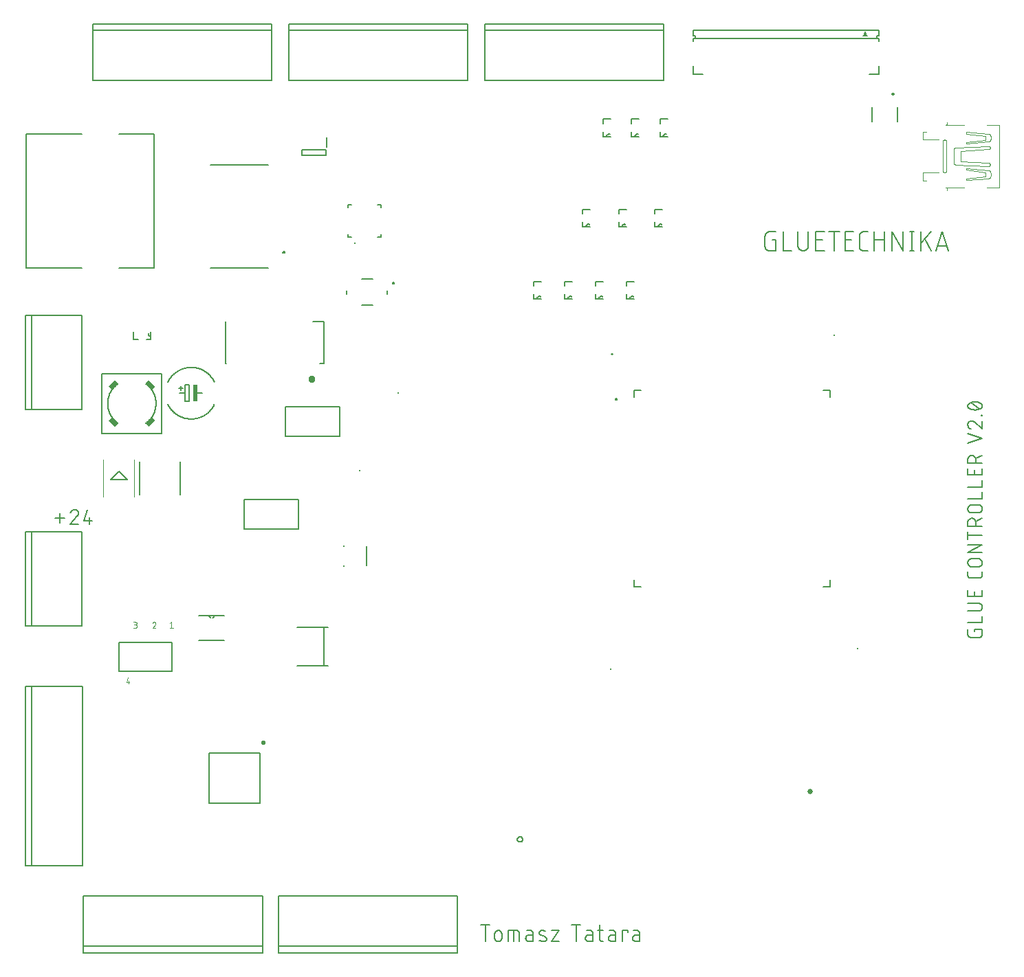
<source format=gbr>
G04 EAGLE Gerber RS-274X export*
G75*
%MOMM*%
%FSLAX34Y34*%
%LPD*%
%INSilkscreen Top*%
%IPPOS*%
%AMOC8*
5,1,8,0,0,1.08239X$1,22.5*%
G01*
%ADD10C,0.177800*%
%ADD11C,0.203200*%
%ADD12C,0.152400*%
%ADD13C,0.200000*%
%ADD14C,0.565681*%
%ADD15C,0.101600*%
%ADD16C,0.635000*%
%ADD17R,0.250000X0.250000*%
%ADD18C,0.127000*%
%ADD19C,0.400000*%
%ADD20C,0.100000*%
%ADD21R,0.508000X2.032000*%
%ADD22R,1.100000X0.575000*%
%ADD23R,0.250000X0.250000*%

G36*
X1038158Y1131436D02*
X1038158Y1131436D01*
X1038167Y1131435D01*
X1038299Y1131456D01*
X1038432Y1131475D01*
X1038439Y1131478D01*
X1038448Y1131479D01*
X1038569Y1131536D01*
X1038691Y1131591D01*
X1038697Y1131596D01*
X1038705Y1131600D01*
X1038806Y1131688D01*
X1038908Y1131775D01*
X1038913Y1131782D01*
X1038919Y1131787D01*
X1038991Y1131900D01*
X1039066Y1132011D01*
X1039068Y1132019D01*
X1039073Y1132026D01*
X1039111Y1132155D01*
X1039151Y1132282D01*
X1039152Y1132291D01*
X1039154Y1132299D01*
X1039155Y1132433D01*
X1039159Y1132566D01*
X1039156Y1132575D01*
X1039157Y1132583D01*
X1039141Y1132634D01*
X1039087Y1132841D01*
X1039067Y1132874D01*
X1039058Y1132904D01*
X1037058Y1136904D01*
X1037001Y1136986D01*
X1036952Y1137073D01*
X1036921Y1137103D01*
X1036897Y1137138D01*
X1036819Y1137201D01*
X1036748Y1137271D01*
X1036710Y1137291D01*
X1036677Y1137318D01*
X1036585Y1137357D01*
X1036497Y1137404D01*
X1036455Y1137413D01*
X1036415Y1137430D01*
X1036316Y1137442D01*
X1036219Y1137463D01*
X1036176Y1137460D01*
X1036133Y1137465D01*
X1036035Y1137450D01*
X1035935Y1137442D01*
X1035895Y1137427D01*
X1035852Y1137421D01*
X1035762Y1137378D01*
X1035669Y1137344D01*
X1035634Y1137318D01*
X1035595Y1137300D01*
X1035520Y1137234D01*
X1035440Y1137175D01*
X1035417Y1137144D01*
X1035381Y1137113D01*
X1035284Y1136961D01*
X1035242Y1136904D01*
X1033242Y1132904D01*
X1033239Y1132896D01*
X1033235Y1132889D01*
X1033194Y1132761D01*
X1033152Y1132634D01*
X1033151Y1132626D01*
X1033149Y1132618D01*
X1033145Y1132483D01*
X1033140Y1132350D01*
X1033142Y1132342D01*
X1033141Y1132334D01*
X1033175Y1132204D01*
X1033207Y1132074D01*
X1033211Y1132067D01*
X1033213Y1132059D01*
X1033281Y1131944D01*
X1033348Y1131827D01*
X1033354Y1131822D01*
X1033359Y1131814D01*
X1033456Y1131722D01*
X1033552Y1131630D01*
X1033560Y1131626D01*
X1033566Y1131620D01*
X1033685Y1131559D01*
X1033803Y1131496D01*
X1033811Y1131494D01*
X1033819Y1131490D01*
X1033871Y1131482D01*
X1034081Y1131437D01*
X1034119Y1131440D01*
X1034150Y1131435D01*
X1038150Y1131435D01*
X1038158Y1131436D01*
G37*
D10*
X568438Y16764D02*
X568438Y36830D01*
X562864Y36830D02*
X574012Y36830D01*
X580045Y25682D02*
X580045Y21223D01*
X580045Y25682D02*
X580047Y25814D01*
X580053Y25946D01*
X580063Y26078D01*
X580076Y26209D01*
X580094Y26340D01*
X580115Y26471D01*
X580141Y26600D01*
X580170Y26729D01*
X580203Y26857D01*
X580239Y26984D01*
X580280Y27110D01*
X580324Y27235D01*
X580372Y27358D01*
X580423Y27480D01*
X580478Y27600D01*
X580537Y27718D01*
X580599Y27835D01*
X580665Y27950D01*
X580733Y28062D01*
X580806Y28173D01*
X580881Y28282D01*
X580960Y28388D01*
X581041Y28492D01*
X581126Y28593D01*
X581214Y28692D01*
X581305Y28788D01*
X581398Y28881D01*
X581494Y28972D01*
X581593Y29060D01*
X581694Y29145D01*
X581798Y29226D01*
X581904Y29305D01*
X582013Y29380D01*
X582124Y29453D01*
X582236Y29521D01*
X582351Y29587D01*
X582468Y29649D01*
X582586Y29708D01*
X582706Y29763D01*
X582828Y29814D01*
X582951Y29862D01*
X583076Y29906D01*
X583202Y29947D01*
X583329Y29983D01*
X583457Y30016D01*
X583586Y30045D01*
X583715Y30071D01*
X583846Y30092D01*
X583977Y30110D01*
X584108Y30123D01*
X584240Y30133D01*
X584372Y30139D01*
X584504Y30141D01*
X584636Y30139D01*
X584768Y30133D01*
X584900Y30123D01*
X585031Y30110D01*
X585162Y30092D01*
X585293Y30071D01*
X585422Y30045D01*
X585551Y30016D01*
X585679Y29983D01*
X585806Y29947D01*
X585932Y29906D01*
X586057Y29862D01*
X586180Y29814D01*
X586302Y29763D01*
X586422Y29708D01*
X586540Y29649D01*
X586657Y29587D01*
X586772Y29521D01*
X586884Y29453D01*
X586995Y29380D01*
X587104Y29305D01*
X587210Y29226D01*
X587314Y29145D01*
X587415Y29060D01*
X587514Y28972D01*
X587610Y28881D01*
X587703Y28788D01*
X587794Y28692D01*
X587882Y28593D01*
X587967Y28492D01*
X588048Y28388D01*
X588127Y28282D01*
X588202Y28173D01*
X588275Y28062D01*
X588343Y27950D01*
X588409Y27835D01*
X588471Y27718D01*
X588530Y27600D01*
X588585Y27480D01*
X588636Y27358D01*
X588684Y27235D01*
X588728Y27110D01*
X588769Y26984D01*
X588805Y26857D01*
X588838Y26729D01*
X588867Y26600D01*
X588893Y26471D01*
X588914Y26340D01*
X588932Y26209D01*
X588945Y26078D01*
X588955Y25946D01*
X588961Y25814D01*
X588963Y25682D01*
X588964Y25682D02*
X588964Y21223D01*
X588963Y21223D02*
X588961Y21091D01*
X588955Y20959D01*
X588945Y20827D01*
X588932Y20696D01*
X588914Y20565D01*
X588893Y20434D01*
X588867Y20305D01*
X588838Y20176D01*
X588805Y20048D01*
X588769Y19921D01*
X588728Y19795D01*
X588684Y19670D01*
X588636Y19547D01*
X588585Y19425D01*
X588530Y19305D01*
X588471Y19187D01*
X588409Y19070D01*
X588343Y18955D01*
X588275Y18843D01*
X588202Y18732D01*
X588127Y18623D01*
X588048Y18517D01*
X587967Y18413D01*
X587882Y18312D01*
X587794Y18213D01*
X587703Y18117D01*
X587610Y18024D01*
X587514Y17933D01*
X587415Y17845D01*
X587314Y17760D01*
X587210Y17679D01*
X587104Y17600D01*
X586995Y17525D01*
X586884Y17452D01*
X586772Y17384D01*
X586657Y17318D01*
X586540Y17256D01*
X586422Y17197D01*
X586302Y17142D01*
X586180Y17091D01*
X586057Y17043D01*
X585932Y16999D01*
X585806Y16958D01*
X585679Y16922D01*
X585551Y16889D01*
X585422Y16860D01*
X585293Y16834D01*
X585162Y16813D01*
X585031Y16795D01*
X584900Y16782D01*
X584768Y16772D01*
X584636Y16766D01*
X584504Y16764D01*
X584372Y16766D01*
X584240Y16772D01*
X584108Y16782D01*
X583977Y16795D01*
X583846Y16813D01*
X583715Y16834D01*
X583586Y16860D01*
X583457Y16889D01*
X583329Y16922D01*
X583202Y16958D01*
X583076Y16999D01*
X582951Y17043D01*
X582828Y17091D01*
X582706Y17142D01*
X582586Y17197D01*
X582468Y17256D01*
X582351Y17318D01*
X582236Y17384D01*
X582124Y17452D01*
X582013Y17525D01*
X581904Y17600D01*
X581798Y17679D01*
X581694Y17760D01*
X581593Y17845D01*
X581494Y17933D01*
X581398Y18024D01*
X581305Y18117D01*
X581214Y18213D01*
X581126Y18312D01*
X581041Y18413D01*
X580960Y18517D01*
X580881Y18623D01*
X580806Y18732D01*
X580733Y18843D01*
X580665Y18955D01*
X580599Y19070D01*
X580537Y19187D01*
X580478Y19305D01*
X580423Y19425D01*
X580372Y19547D01*
X580324Y19670D01*
X580280Y19795D01*
X580239Y19921D01*
X580203Y20048D01*
X580170Y20176D01*
X580141Y20305D01*
X580115Y20434D01*
X580094Y20565D01*
X580076Y20696D01*
X580063Y20827D01*
X580053Y20959D01*
X580047Y21091D01*
X580045Y21223D01*
X596972Y16764D02*
X596972Y30141D01*
X607005Y30141D01*
X607119Y30139D01*
X607233Y30133D01*
X607347Y30123D01*
X607460Y30110D01*
X607573Y30092D01*
X607685Y30071D01*
X607797Y30046D01*
X607907Y30017D01*
X608017Y29984D01*
X608125Y29948D01*
X608232Y29908D01*
X608337Y29864D01*
X608441Y29817D01*
X608543Y29766D01*
X608644Y29712D01*
X608742Y29654D01*
X608839Y29593D01*
X608933Y29529D01*
X609026Y29462D01*
X609115Y29391D01*
X609203Y29317D01*
X609287Y29241D01*
X609370Y29162D01*
X609449Y29079D01*
X609525Y28995D01*
X609599Y28907D01*
X609670Y28818D01*
X609737Y28725D01*
X609801Y28631D01*
X609862Y28534D01*
X609920Y28436D01*
X609974Y28335D01*
X610025Y28233D01*
X610072Y28129D01*
X610116Y28024D01*
X610156Y27917D01*
X610192Y27809D01*
X610225Y27699D01*
X610254Y27589D01*
X610279Y27477D01*
X610300Y27365D01*
X610318Y27252D01*
X610331Y27139D01*
X610341Y27025D01*
X610347Y26911D01*
X610349Y26797D01*
X610349Y16764D01*
X603661Y16764D02*
X603661Y30141D01*
X622195Y24567D02*
X627211Y24567D01*
X622195Y24568D02*
X622071Y24566D01*
X621948Y24560D01*
X621824Y24550D01*
X621701Y24537D01*
X621578Y24519D01*
X621457Y24497D01*
X621335Y24472D01*
X621215Y24443D01*
X621096Y24410D01*
X620977Y24373D01*
X620860Y24333D01*
X620745Y24288D01*
X620631Y24241D01*
X620518Y24189D01*
X620407Y24134D01*
X620298Y24076D01*
X620191Y24014D01*
X620085Y23949D01*
X619982Y23880D01*
X619881Y23808D01*
X619783Y23733D01*
X619687Y23655D01*
X619593Y23574D01*
X619502Y23490D01*
X619414Y23403D01*
X619329Y23314D01*
X619246Y23221D01*
X619166Y23126D01*
X619090Y23029D01*
X619017Y22929D01*
X618946Y22827D01*
X618879Y22723D01*
X618816Y22617D01*
X618756Y22509D01*
X618699Y22399D01*
X618646Y22287D01*
X618596Y22174D01*
X618550Y22059D01*
X618508Y21942D01*
X618469Y21825D01*
X618434Y21706D01*
X618403Y21586D01*
X618376Y21465D01*
X618352Y21344D01*
X618333Y21221D01*
X618317Y21098D01*
X618305Y20975D01*
X618297Y20852D01*
X618293Y20728D01*
X618293Y20604D01*
X618297Y20480D01*
X618305Y20357D01*
X618317Y20234D01*
X618333Y20111D01*
X618352Y19988D01*
X618376Y19867D01*
X618403Y19746D01*
X618434Y19626D01*
X618469Y19507D01*
X618508Y19390D01*
X618550Y19273D01*
X618596Y19158D01*
X618646Y19045D01*
X618699Y18933D01*
X618756Y18823D01*
X618816Y18715D01*
X618879Y18609D01*
X618946Y18505D01*
X619017Y18403D01*
X619090Y18303D01*
X619166Y18206D01*
X619246Y18111D01*
X619329Y18018D01*
X619414Y17929D01*
X619502Y17842D01*
X619593Y17758D01*
X619687Y17677D01*
X619783Y17599D01*
X619881Y17524D01*
X619982Y17452D01*
X620085Y17383D01*
X620191Y17318D01*
X620298Y17256D01*
X620407Y17198D01*
X620518Y17143D01*
X620631Y17091D01*
X620745Y17044D01*
X620860Y16999D01*
X620977Y16959D01*
X621096Y16922D01*
X621215Y16889D01*
X621335Y16860D01*
X621457Y16835D01*
X621578Y16813D01*
X621701Y16795D01*
X621824Y16782D01*
X621948Y16772D01*
X622071Y16766D01*
X622195Y16764D01*
X627211Y16764D01*
X627211Y26797D01*
X627209Y26911D01*
X627203Y27025D01*
X627193Y27139D01*
X627180Y27252D01*
X627162Y27365D01*
X627141Y27477D01*
X627116Y27589D01*
X627087Y27699D01*
X627054Y27809D01*
X627018Y27917D01*
X626978Y28024D01*
X626934Y28129D01*
X626887Y28233D01*
X626836Y28335D01*
X626782Y28436D01*
X626724Y28534D01*
X626663Y28631D01*
X626599Y28725D01*
X626532Y28818D01*
X626461Y28907D01*
X626387Y28995D01*
X626311Y29079D01*
X626232Y29162D01*
X626149Y29241D01*
X626065Y29317D01*
X625977Y29391D01*
X625888Y29462D01*
X625795Y29529D01*
X625701Y29593D01*
X625604Y29654D01*
X625506Y29712D01*
X625405Y29766D01*
X625303Y29817D01*
X625199Y29864D01*
X625094Y29908D01*
X624987Y29948D01*
X624879Y29984D01*
X624769Y30017D01*
X624659Y30046D01*
X624547Y30071D01*
X624435Y30092D01*
X624322Y30110D01*
X624209Y30123D01*
X624095Y30133D01*
X623981Y30139D01*
X623867Y30141D01*
X619408Y30141D01*
X636715Y24567D02*
X642288Y22338D01*
X636715Y24568D02*
X636616Y24609D01*
X636519Y24654D01*
X636424Y24703D01*
X636331Y24755D01*
X636239Y24811D01*
X636150Y24870D01*
X636063Y24932D01*
X635979Y24998D01*
X635896Y25066D01*
X635817Y25138D01*
X635740Y25212D01*
X635666Y25289D01*
X635595Y25369D01*
X635527Y25451D01*
X635462Y25536D01*
X635400Y25623D01*
X635341Y25713D01*
X635286Y25804D01*
X635234Y25898D01*
X635186Y25993D01*
X635141Y26091D01*
X635100Y26189D01*
X635063Y26289D01*
X635029Y26391D01*
X634999Y26494D01*
X634973Y26597D01*
X634951Y26702D01*
X634932Y26807D01*
X634918Y26913D01*
X634907Y27020D01*
X634901Y27126D01*
X634898Y27233D01*
X634899Y27340D01*
X634905Y27447D01*
X634914Y27554D01*
X634927Y27660D01*
X634944Y27765D01*
X634965Y27870D01*
X634990Y27974D01*
X635019Y28077D01*
X635051Y28179D01*
X635087Y28280D01*
X635127Y28379D01*
X635171Y28477D01*
X635218Y28573D01*
X635269Y28667D01*
X635323Y28759D01*
X635380Y28849D01*
X635441Y28937D01*
X635505Y29023D01*
X635572Y29106D01*
X635642Y29187D01*
X635715Y29265D01*
X635791Y29340D01*
X635870Y29413D01*
X635951Y29482D01*
X636035Y29549D01*
X636121Y29612D01*
X636210Y29672D01*
X636300Y29729D01*
X636393Y29782D01*
X636487Y29832D01*
X636584Y29878D01*
X636682Y29921D01*
X636781Y29960D01*
X636882Y29995D01*
X636984Y30027D01*
X637088Y30055D01*
X637192Y30079D01*
X637297Y30099D01*
X637403Y30115D01*
X637509Y30127D01*
X637615Y30136D01*
X637722Y30140D01*
X637829Y30141D01*
X638133Y30133D01*
X638437Y30117D01*
X638741Y30095D01*
X639044Y30065D01*
X639346Y30028D01*
X639647Y29983D01*
X639947Y29932D01*
X640245Y29873D01*
X640543Y29807D01*
X640838Y29733D01*
X641132Y29653D01*
X641423Y29566D01*
X641713Y29472D01*
X642000Y29371D01*
X642284Y29262D01*
X642566Y29148D01*
X642845Y29026D01*
X642288Y22337D02*
X642387Y22296D01*
X642484Y22251D01*
X642579Y22202D01*
X642672Y22150D01*
X642764Y22094D01*
X642853Y22035D01*
X642940Y21973D01*
X643024Y21907D01*
X643107Y21839D01*
X643186Y21767D01*
X643263Y21693D01*
X643337Y21616D01*
X643408Y21536D01*
X643476Y21454D01*
X643541Y21369D01*
X643603Y21282D01*
X643662Y21192D01*
X643717Y21101D01*
X643769Y21007D01*
X643817Y20912D01*
X643862Y20814D01*
X643903Y20716D01*
X643940Y20616D01*
X643974Y20514D01*
X644004Y20411D01*
X644030Y20308D01*
X644052Y20203D01*
X644071Y20098D01*
X644085Y19992D01*
X644096Y19885D01*
X644102Y19779D01*
X644105Y19672D01*
X644104Y19565D01*
X644098Y19458D01*
X644089Y19351D01*
X644076Y19245D01*
X644059Y19140D01*
X644038Y19035D01*
X644013Y18931D01*
X643984Y18828D01*
X643952Y18726D01*
X643916Y18625D01*
X643876Y18526D01*
X643832Y18428D01*
X643785Y18332D01*
X643734Y18238D01*
X643680Y18146D01*
X643623Y18056D01*
X643562Y17968D01*
X643498Y17882D01*
X643431Y17799D01*
X643361Y17718D01*
X643288Y17640D01*
X643212Y17565D01*
X643133Y17492D01*
X643052Y17423D01*
X642968Y17356D01*
X642882Y17293D01*
X642793Y17233D01*
X642703Y17176D01*
X642610Y17123D01*
X642516Y17073D01*
X642419Y17027D01*
X642321Y16984D01*
X642222Y16945D01*
X642121Y16910D01*
X642019Y16878D01*
X641915Y16850D01*
X641811Y16826D01*
X641706Y16806D01*
X641600Y16790D01*
X641494Y16778D01*
X641388Y16769D01*
X641281Y16765D01*
X641174Y16764D01*
X640727Y16776D01*
X640280Y16798D01*
X639834Y16831D01*
X639389Y16874D01*
X638945Y16928D01*
X638503Y16992D01*
X638062Y17067D01*
X637623Y17152D01*
X637186Y17248D01*
X636752Y17354D01*
X636320Y17470D01*
X635891Y17596D01*
X635465Y17732D01*
X635043Y17879D01*
X650491Y30141D02*
X659409Y30141D01*
X650491Y16764D01*
X659409Y16764D01*
X680286Y16764D02*
X680286Y36830D01*
X674712Y36830D02*
X685860Y36830D01*
X695730Y24567D02*
X700747Y24567D01*
X695730Y24568D02*
X695606Y24566D01*
X695483Y24560D01*
X695359Y24550D01*
X695236Y24537D01*
X695113Y24519D01*
X694992Y24497D01*
X694870Y24472D01*
X694750Y24443D01*
X694631Y24410D01*
X694512Y24373D01*
X694395Y24333D01*
X694280Y24288D01*
X694166Y24241D01*
X694053Y24189D01*
X693942Y24134D01*
X693833Y24076D01*
X693726Y24014D01*
X693620Y23949D01*
X693517Y23880D01*
X693416Y23808D01*
X693318Y23733D01*
X693222Y23655D01*
X693128Y23574D01*
X693037Y23490D01*
X692949Y23403D01*
X692864Y23314D01*
X692781Y23221D01*
X692701Y23126D01*
X692625Y23029D01*
X692552Y22929D01*
X692481Y22827D01*
X692414Y22723D01*
X692351Y22617D01*
X692291Y22509D01*
X692234Y22399D01*
X692181Y22287D01*
X692131Y22174D01*
X692085Y22059D01*
X692043Y21942D01*
X692004Y21825D01*
X691969Y21706D01*
X691938Y21586D01*
X691911Y21465D01*
X691887Y21344D01*
X691868Y21221D01*
X691852Y21098D01*
X691840Y20975D01*
X691832Y20852D01*
X691828Y20728D01*
X691828Y20604D01*
X691832Y20480D01*
X691840Y20357D01*
X691852Y20234D01*
X691868Y20111D01*
X691887Y19988D01*
X691911Y19867D01*
X691938Y19746D01*
X691969Y19626D01*
X692004Y19507D01*
X692043Y19390D01*
X692085Y19273D01*
X692131Y19158D01*
X692181Y19045D01*
X692234Y18933D01*
X692291Y18823D01*
X692351Y18715D01*
X692414Y18609D01*
X692481Y18505D01*
X692552Y18403D01*
X692625Y18303D01*
X692701Y18206D01*
X692781Y18111D01*
X692864Y18018D01*
X692949Y17929D01*
X693037Y17842D01*
X693128Y17758D01*
X693222Y17677D01*
X693318Y17599D01*
X693416Y17524D01*
X693517Y17452D01*
X693620Y17383D01*
X693726Y17318D01*
X693833Y17256D01*
X693942Y17198D01*
X694053Y17143D01*
X694166Y17091D01*
X694280Y17044D01*
X694395Y16999D01*
X694512Y16959D01*
X694631Y16922D01*
X694750Y16889D01*
X694870Y16860D01*
X694992Y16835D01*
X695113Y16813D01*
X695236Y16795D01*
X695359Y16782D01*
X695483Y16772D01*
X695606Y16766D01*
X695730Y16764D01*
X700747Y16764D01*
X700747Y26797D01*
X700746Y26797D02*
X700744Y26911D01*
X700738Y27025D01*
X700728Y27139D01*
X700715Y27252D01*
X700697Y27365D01*
X700676Y27477D01*
X700651Y27589D01*
X700622Y27699D01*
X700589Y27809D01*
X700553Y27917D01*
X700513Y28024D01*
X700469Y28129D01*
X700422Y28233D01*
X700371Y28335D01*
X700317Y28436D01*
X700259Y28534D01*
X700198Y28631D01*
X700134Y28725D01*
X700067Y28818D01*
X699996Y28907D01*
X699922Y28995D01*
X699846Y29079D01*
X699767Y29162D01*
X699684Y29241D01*
X699600Y29317D01*
X699512Y29391D01*
X699423Y29462D01*
X699330Y29529D01*
X699236Y29593D01*
X699139Y29654D01*
X699041Y29712D01*
X698940Y29766D01*
X698838Y29817D01*
X698734Y29864D01*
X698629Y29908D01*
X698522Y29948D01*
X698414Y29984D01*
X698304Y30017D01*
X698194Y30046D01*
X698082Y30071D01*
X697970Y30092D01*
X697857Y30110D01*
X697744Y30123D01*
X697630Y30133D01*
X697516Y30139D01*
X697402Y30141D01*
X692943Y30141D01*
X707116Y30141D02*
X713805Y30141D01*
X709345Y36830D02*
X709345Y20108D01*
X709346Y20108D02*
X709348Y19994D01*
X709354Y19880D01*
X709364Y19766D01*
X709377Y19653D01*
X709395Y19540D01*
X709416Y19428D01*
X709441Y19316D01*
X709470Y19206D01*
X709503Y19096D01*
X709539Y18988D01*
X709579Y18881D01*
X709623Y18776D01*
X709670Y18672D01*
X709721Y18570D01*
X709775Y18469D01*
X709833Y18371D01*
X709894Y18274D01*
X709958Y18180D01*
X710025Y18087D01*
X710096Y17998D01*
X710170Y17910D01*
X710246Y17826D01*
X710325Y17743D01*
X710408Y17664D01*
X710492Y17588D01*
X710580Y17514D01*
X710669Y17443D01*
X710762Y17376D01*
X710856Y17312D01*
X710953Y17251D01*
X711051Y17193D01*
X711152Y17139D01*
X711254Y17088D01*
X711358Y17041D01*
X711463Y16997D01*
X711570Y16957D01*
X711678Y16921D01*
X711788Y16888D01*
X711898Y16859D01*
X712010Y16834D01*
X712122Y16813D01*
X712235Y16795D01*
X712348Y16782D01*
X712462Y16772D01*
X712576Y16766D01*
X712690Y16764D01*
X713805Y16764D01*
X724156Y24567D02*
X729172Y24567D01*
X724156Y24568D02*
X724032Y24566D01*
X723909Y24560D01*
X723785Y24550D01*
X723662Y24537D01*
X723539Y24519D01*
X723418Y24497D01*
X723296Y24472D01*
X723176Y24443D01*
X723057Y24410D01*
X722938Y24373D01*
X722821Y24333D01*
X722706Y24288D01*
X722592Y24241D01*
X722479Y24189D01*
X722368Y24134D01*
X722259Y24076D01*
X722152Y24014D01*
X722046Y23949D01*
X721943Y23880D01*
X721842Y23808D01*
X721744Y23733D01*
X721648Y23655D01*
X721554Y23574D01*
X721463Y23490D01*
X721375Y23403D01*
X721290Y23314D01*
X721207Y23221D01*
X721127Y23126D01*
X721051Y23029D01*
X720978Y22929D01*
X720907Y22827D01*
X720840Y22723D01*
X720777Y22617D01*
X720717Y22509D01*
X720660Y22399D01*
X720607Y22287D01*
X720557Y22174D01*
X720511Y22059D01*
X720469Y21942D01*
X720430Y21825D01*
X720395Y21706D01*
X720364Y21586D01*
X720337Y21465D01*
X720313Y21344D01*
X720294Y21221D01*
X720278Y21098D01*
X720266Y20975D01*
X720258Y20852D01*
X720254Y20728D01*
X720254Y20604D01*
X720258Y20480D01*
X720266Y20357D01*
X720278Y20234D01*
X720294Y20111D01*
X720313Y19988D01*
X720337Y19867D01*
X720364Y19746D01*
X720395Y19626D01*
X720430Y19507D01*
X720469Y19390D01*
X720511Y19273D01*
X720557Y19158D01*
X720607Y19045D01*
X720660Y18933D01*
X720717Y18823D01*
X720777Y18715D01*
X720840Y18609D01*
X720907Y18505D01*
X720978Y18403D01*
X721051Y18303D01*
X721127Y18206D01*
X721207Y18111D01*
X721290Y18018D01*
X721375Y17929D01*
X721463Y17842D01*
X721554Y17758D01*
X721648Y17677D01*
X721744Y17599D01*
X721842Y17524D01*
X721943Y17452D01*
X722046Y17383D01*
X722152Y17318D01*
X722259Y17256D01*
X722368Y17198D01*
X722479Y17143D01*
X722592Y17091D01*
X722706Y17044D01*
X722821Y16999D01*
X722938Y16959D01*
X723057Y16922D01*
X723176Y16889D01*
X723296Y16860D01*
X723418Y16835D01*
X723539Y16813D01*
X723662Y16795D01*
X723785Y16782D01*
X723909Y16772D01*
X724032Y16766D01*
X724156Y16764D01*
X729172Y16764D01*
X729172Y26797D01*
X729170Y26911D01*
X729164Y27025D01*
X729154Y27139D01*
X729141Y27252D01*
X729123Y27365D01*
X729102Y27477D01*
X729077Y27589D01*
X729048Y27699D01*
X729015Y27809D01*
X728979Y27917D01*
X728939Y28024D01*
X728895Y28129D01*
X728848Y28233D01*
X728797Y28335D01*
X728743Y28436D01*
X728685Y28534D01*
X728624Y28631D01*
X728560Y28725D01*
X728493Y28818D01*
X728422Y28907D01*
X728348Y28995D01*
X728272Y29079D01*
X728193Y29162D01*
X728110Y29241D01*
X728026Y29317D01*
X727938Y29391D01*
X727849Y29462D01*
X727756Y29529D01*
X727662Y29593D01*
X727565Y29654D01*
X727467Y29712D01*
X727366Y29766D01*
X727264Y29817D01*
X727160Y29864D01*
X727055Y29908D01*
X726948Y29948D01*
X726840Y29984D01*
X726730Y30017D01*
X726620Y30046D01*
X726508Y30071D01*
X726396Y30092D01*
X726283Y30110D01*
X726170Y30123D01*
X726056Y30133D01*
X725942Y30139D01*
X725828Y30141D01*
X721369Y30141D01*
X737699Y30141D02*
X737699Y16764D01*
X737699Y30141D02*
X744388Y30141D01*
X744388Y27912D01*
X753817Y24567D02*
X758833Y24567D01*
X753817Y24568D02*
X753693Y24566D01*
X753570Y24560D01*
X753446Y24550D01*
X753323Y24537D01*
X753200Y24519D01*
X753079Y24497D01*
X752957Y24472D01*
X752837Y24443D01*
X752718Y24410D01*
X752599Y24373D01*
X752482Y24333D01*
X752367Y24288D01*
X752253Y24241D01*
X752140Y24189D01*
X752029Y24134D01*
X751920Y24076D01*
X751813Y24014D01*
X751707Y23949D01*
X751604Y23880D01*
X751503Y23808D01*
X751405Y23733D01*
X751309Y23655D01*
X751215Y23574D01*
X751124Y23490D01*
X751036Y23403D01*
X750951Y23314D01*
X750868Y23221D01*
X750788Y23126D01*
X750712Y23029D01*
X750639Y22929D01*
X750568Y22827D01*
X750501Y22723D01*
X750438Y22617D01*
X750378Y22509D01*
X750321Y22399D01*
X750268Y22287D01*
X750218Y22174D01*
X750172Y22059D01*
X750130Y21942D01*
X750091Y21825D01*
X750056Y21706D01*
X750025Y21586D01*
X749998Y21465D01*
X749974Y21344D01*
X749955Y21221D01*
X749939Y21098D01*
X749927Y20975D01*
X749919Y20852D01*
X749915Y20728D01*
X749915Y20604D01*
X749919Y20480D01*
X749927Y20357D01*
X749939Y20234D01*
X749955Y20111D01*
X749974Y19988D01*
X749998Y19867D01*
X750025Y19746D01*
X750056Y19626D01*
X750091Y19507D01*
X750130Y19390D01*
X750172Y19273D01*
X750218Y19158D01*
X750268Y19045D01*
X750321Y18933D01*
X750378Y18823D01*
X750438Y18715D01*
X750501Y18609D01*
X750568Y18505D01*
X750639Y18403D01*
X750712Y18303D01*
X750788Y18206D01*
X750868Y18111D01*
X750951Y18018D01*
X751036Y17929D01*
X751124Y17842D01*
X751215Y17758D01*
X751309Y17677D01*
X751405Y17599D01*
X751503Y17524D01*
X751604Y17452D01*
X751707Y17383D01*
X751813Y17318D01*
X751920Y17256D01*
X752029Y17198D01*
X752140Y17143D01*
X752253Y17091D01*
X752367Y17044D01*
X752482Y16999D01*
X752599Y16959D01*
X752718Y16922D01*
X752837Y16889D01*
X752957Y16860D01*
X753079Y16835D01*
X753200Y16813D01*
X753323Y16795D01*
X753446Y16782D01*
X753570Y16772D01*
X753693Y16766D01*
X753817Y16764D01*
X758833Y16764D01*
X758833Y26797D01*
X758831Y26911D01*
X758825Y27025D01*
X758815Y27139D01*
X758802Y27252D01*
X758784Y27365D01*
X758763Y27477D01*
X758738Y27589D01*
X758709Y27699D01*
X758676Y27809D01*
X758640Y27917D01*
X758600Y28024D01*
X758556Y28129D01*
X758509Y28233D01*
X758458Y28335D01*
X758404Y28436D01*
X758346Y28534D01*
X758285Y28631D01*
X758221Y28725D01*
X758154Y28818D01*
X758083Y28907D01*
X758009Y28995D01*
X757933Y29079D01*
X757854Y29162D01*
X757771Y29241D01*
X757687Y29317D01*
X757599Y29391D01*
X757510Y29462D01*
X757417Y29529D01*
X757323Y29593D01*
X757226Y29654D01*
X757128Y29712D01*
X757027Y29766D01*
X756925Y29817D01*
X756821Y29864D01*
X756716Y29908D01*
X756609Y29948D01*
X756501Y29984D01*
X756391Y30017D01*
X756281Y30046D01*
X756169Y30071D01*
X756057Y30092D01*
X755944Y30110D01*
X755831Y30123D01*
X755717Y30133D01*
X755603Y30139D01*
X755489Y30141D01*
X751030Y30141D01*
D11*
X922045Y880773D02*
X925939Y880773D01*
X925939Y867791D01*
X918150Y867791D01*
X918007Y867793D01*
X917864Y867799D01*
X917721Y867809D01*
X917579Y867823D01*
X917437Y867840D01*
X917295Y867862D01*
X917154Y867887D01*
X917014Y867917D01*
X916875Y867950D01*
X916737Y867987D01*
X916600Y868028D01*
X916464Y868072D01*
X916329Y868121D01*
X916196Y868173D01*
X916064Y868228D01*
X915934Y868288D01*
X915805Y868351D01*
X915678Y868417D01*
X915554Y868487D01*
X915431Y868560D01*
X915310Y868637D01*
X915191Y868717D01*
X915075Y868800D01*
X914960Y868886D01*
X914849Y868975D01*
X914739Y869068D01*
X914633Y869163D01*
X914529Y869262D01*
X914428Y869363D01*
X914329Y869467D01*
X914234Y869573D01*
X914141Y869683D01*
X914052Y869794D01*
X913966Y869909D01*
X913883Y870025D01*
X913803Y870144D01*
X913726Y870265D01*
X913653Y870388D01*
X913583Y870512D01*
X913517Y870639D01*
X913454Y870768D01*
X913394Y870898D01*
X913339Y871030D01*
X913287Y871163D01*
X913238Y871298D01*
X913194Y871434D01*
X913153Y871571D01*
X913116Y871709D01*
X913083Y871848D01*
X913053Y871988D01*
X913028Y872129D01*
X913006Y872271D01*
X912989Y872413D01*
X912975Y872555D01*
X912965Y872698D01*
X912959Y872841D01*
X912957Y872984D01*
X912957Y885966D01*
X912959Y886109D01*
X912965Y886252D01*
X912975Y886395D01*
X912989Y886537D01*
X913006Y886679D01*
X913028Y886821D01*
X913053Y886962D01*
X913083Y887102D01*
X913116Y887241D01*
X913153Y887379D01*
X913194Y887516D01*
X913238Y887652D01*
X913287Y887787D01*
X913339Y887920D01*
X913394Y888052D01*
X913454Y888182D01*
X913517Y888311D01*
X913583Y888438D01*
X913653Y888562D01*
X913726Y888685D01*
X913803Y888806D01*
X913883Y888925D01*
X913966Y889041D01*
X914052Y889156D01*
X914141Y889267D01*
X914234Y889377D01*
X914329Y889483D01*
X914428Y889587D01*
X914529Y889688D01*
X914633Y889787D01*
X914739Y889882D01*
X914849Y889975D01*
X914960Y890064D01*
X915075Y890150D01*
X915191Y890233D01*
X915310Y890313D01*
X915431Y890390D01*
X915553Y890463D01*
X915678Y890533D01*
X915805Y890599D01*
X915934Y890662D01*
X916064Y890722D01*
X916196Y890777D01*
X916329Y890829D01*
X916464Y890878D01*
X916600Y890922D01*
X916737Y890963D01*
X916875Y891000D01*
X917014Y891033D01*
X917154Y891063D01*
X917295Y891088D01*
X917437Y891110D01*
X917579Y891127D01*
X917721Y891141D01*
X917864Y891151D01*
X918007Y891157D01*
X918150Y891159D01*
X925939Y891159D01*
X935252Y891159D02*
X935252Y867791D01*
X945638Y867791D01*
X953323Y874282D02*
X953323Y891159D01*
X953323Y874282D02*
X953325Y874123D01*
X953331Y873964D01*
X953341Y873804D01*
X953354Y873646D01*
X953372Y873487D01*
X953393Y873330D01*
X953419Y873172D01*
X953448Y873016D01*
X953481Y872860D01*
X953518Y872705D01*
X953558Y872551D01*
X953603Y872398D01*
X953651Y872246D01*
X953702Y872095D01*
X953758Y871946D01*
X953817Y871798D01*
X953880Y871652D01*
X953946Y871507D01*
X954016Y871364D01*
X954089Y871222D01*
X954166Y871083D01*
X954246Y870945D01*
X954330Y870809D01*
X954417Y870676D01*
X954507Y870544D01*
X954600Y870415D01*
X954697Y870289D01*
X954796Y870164D01*
X954899Y870042D01*
X955004Y869923D01*
X955113Y869806D01*
X955224Y869692D01*
X955338Y869581D01*
X955455Y869472D01*
X955574Y869367D01*
X955696Y869264D01*
X955821Y869165D01*
X955947Y869068D01*
X956076Y868975D01*
X956208Y868885D01*
X956341Y868798D01*
X956477Y868714D01*
X956615Y868634D01*
X956754Y868557D01*
X956896Y868484D01*
X957039Y868414D01*
X957184Y868348D01*
X957330Y868285D01*
X957478Y868226D01*
X957627Y868170D01*
X957778Y868119D01*
X957930Y868071D01*
X958083Y868026D01*
X958237Y867986D01*
X958392Y867949D01*
X958548Y867916D01*
X958704Y867887D01*
X958862Y867861D01*
X959019Y867840D01*
X959178Y867822D01*
X959336Y867809D01*
X959496Y867799D01*
X959655Y867793D01*
X959814Y867791D01*
X959973Y867793D01*
X960132Y867799D01*
X960292Y867809D01*
X960450Y867822D01*
X960609Y867840D01*
X960766Y867861D01*
X960924Y867887D01*
X961080Y867916D01*
X961236Y867949D01*
X961391Y867986D01*
X961545Y868026D01*
X961698Y868071D01*
X961850Y868119D01*
X962001Y868170D01*
X962150Y868226D01*
X962298Y868285D01*
X962444Y868348D01*
X962589Y868414D01*
X962732Y868484D01*
X962874Y868557D01*
X963013Y868634D01*
X963151Y868714D01*
X963287Y868798D01*
X963420Y868885D01*
X963552Y868975D01*
X963681Y869068D01*
X963807Y869165D01*
X963932Y869264D01*
X964054Y869367D01*
X964173Y869472D01*
X964290Y869581D01*
X964404Y869692D01*
X964515Y869806D01*
X964624Y869923D01*
X964729Y870042D01*
X964832Y870164D01*
X964931Y870289D01*
X965028Y870415D01*
X965121Y870544D01*
X965211Y870676D01*
X965298Y870809D01*
X965382Y870945D01*
X965462Y871083D01*
X965539Y871222D01*
X965612Y871364D01*
X965682Y871507D01*
X965748Y871652D01*
X965811Y871798D01*
X965870Y871946D01*
X965926Y872095D01*
X965977Y872246D01*
X966025Y872398D01*
X966070Y872551D01*
X966110Y872705D01*
X966147Y872860D01*
X966180Y873016D01*
X966209Y873172D01*
X966235Y873330D01*
X966256Y873487D01*
X966274Y873646D01*
X966287Y873804D01*
X966297Y873964D01*
X966303Y874123D01*
X966305Y874282D01*
X966305Y891159D01*
X975618Y867791D02*
X986004Y867791D01*
X975618Y867791D02*
X975618Y891159D01*
X986004Y891159D01*
X983407Y880773D02*
X975618Y880773D01*
X998092Y891159D02*
X998092Y867791D01*
X991601Y891159D02*
X1004583Y891159D01*
X1011808Y867791D02*
X1022193Y867791D01*
X1011808Y867791D02*
X1011808Y891159D01*
X1022193Y891159D01*
X1019597Y880773D02*
X1011808Y880773D01*
X1034352Y867791D02*
X1039544Y867791D01*
X1034352Y867791D02*
X1034209Y867793D01*
X1034066Y867799D01*
X1033923Y867809D01*
X1033781Y867823D01*
X1033639Y867840D01*
X1033497Y867862D01*
X1033356Y867887D01*
X1033216Y867917D01*
X1033077Y867950D01*
X1032939Y867987D01*
X1032802Y868028D01*
X1032666Y868072D01*
X1032531Y868121D01*
X1032398Y868173D01*
X1032266Y868228D01*
X1032136Y868288D01*
X1032007Y868351D01*
X1031880Y868417D01*
X1031756Y868487D01*
X1031633Y868560D01*
X1031512Y868637D01*
X1031393Y868717D01*
X1031277Y868800D01*
X1031162Y868886D01*
X1031051Y868975D01*
X1030941Y869068D01*
X1030835Y869163D01*
X1030731Y869262D01*
X1030630Y869363D01*
X1030531Y869467D01*
X1030436Y869573D01*
X1030343Y869683D01*
X1030254Y869794D01*
X1030168Y869909D01*
X1030085Y870025D01*
X1030005Y870144D01*
X1029928Y870265D01*
X1029855Y870388D01*
X1029785Y870512D01*
X1029719Y870639D01*
X1029656Y870768D01*
X1029596Y870898D01*
X1029541Y871030D01*
X1029489Y871163D01*
X1029440Y871298D01*
X1029396Y871434D01*
X1029355Y871571D01*
X1029318Y871709D01*
X1029285Y871848D01*
X1029255Y871988D01*
X1029230Y872129D01*
X1029208Y872271D01*
X1029191Y872413D01*
X1029177Y872555D01*
X1029167Y872698D01*
X1029161Y872841D01*
X1029159Y872984D01*
X1029159Y885966D01*
X1029161Y886109D01*
X1029167Y886252D01*
X1029177Y886395D01*
X1029191Y886537D01*
X1029208Y886679D01*
X1029230Y886821D01*
X1029255Y886962D01*
X1029285Y887102D01*
X1029318Y887241D01*
X1029355Y887379D01*
X1029396Y887516D01*
X1029440Y887652D01*
X1029489Y887787D01*
X1029541Y887920D01*
X1029596Y888052D01*
X1029656Y888182D01*
X1029719Y888311D01*
X1029785Y888438D01*
X1029855Y888562D01*
X1029928Y888685D01*
X1030005Y888806D01*
X1030085Y888925D01*
X1030168Y889041D01*
X1030254Y889156D01*
X1030343Y889267D01*
X1030436Y889377D01*
X1030531Y889483D01*
X1030630Y889587D01*
X1030731Y889688D01*
X1030835Y889787D01*
X1030941Y889882D01*
X1031051Y889975D01*
X1031162Y890064D01*
X1031277Y890150D01*
X1031393Y890233D01*
X1031512Y890313D01*
X1031633Y890390D01*
X1031755Y890463D01*
X1031880Y890533D01*
X1032007Y890599D01*
X1032136Y890662D01*
X1032266Y890722D01*
X1032398Y890777D01*
X1032531Y890829D01*
X1032666Y890878D01*
X1032802Y890922D01*
X1032939Y890963D01*
X1033077Y891000D01*
X1033216Y891033D01*
X1033356Y891063D01*
X1033497Y891088D01*
X1033639Y891110D01*
X1033781Y891127D01*
X1033923Y891141D01*
X1034066Y891151D01*
X1034209Y891157D01*
X1034352Y891159D01*
X1039544Y891159D01*
X1047277Y891159D02*
X1047277Y867791D01*
X1047277Y880773D02*
X1060259Y880773D01*
X1060259Y891159D02*
X1060259Y867791D01*
X1069548Y867791D02*
X1069548Y891159D01*
X1082530Y867791D01*
X1082530Y891159D01*
X1093438Y891159D02*
X1093438Y867791D01*
X1096034Y867791D02*
X1090841Y867791D01*
X1090841Y891159D02*
X1096034Y891159D01*
X1104493Y891159D02*
X1104493Y867791D01*
X1104493Y876879D02*
X1117476Y891159D01*
X1109686Y882071D02*
X1117476Y867791D01*
X1123230Y867791D02*
X1131020Y891159D01*
X1138809Y867791D01*
X1136862Y873633D02*
X1125178Y873633D01*
D12*
X1170460Y401165D02*
X1170460Y398201D01*
X1170460Y401165D02*
X1180338Y401165D01*
X1180338Y395238D01*
X1180336Y395114D01*
X1180330Y394990D01*
X1180320Y394866D01*
X1180307Y394743D01*
X1180289Y394620D01*
X1180268Y394498D01*
X1180243Y394376D01*
X1180214Y394255D01*
X1180181Y394136D01*
X1180145Y394017D01*
X1180104Y393900D01*
X1180061Y393784D01*
X1180013Y393669D01*
X1179962Y393556D01*
X1179907Y393444D01*
X1179849Y393335D01*
X1179788Y393227D01*
X1179723Y393121D01*
X1179655Y393017D01*
X1179583Y392916D01*
X1179509Y392816D01*
X1179431Y392720D01*
X1179351Y392625D01*
X1179267Y392533D01*
X1179181Y392444D01*
X1179092Y392358D01*
X1179000Y392274D01*
X1178905Y392194D01*
X1178809Y392116D01*
X1178709Y392042D01*
X1178608Y391970D01*
X1178504Y391902D01*
X1178398Y391837D01*
X1178290Y391776D01*
X1178181Y391718D01*
X1178069Y391663D01*
X1177956Y391612D01*
X1177841Y391564D01*
X1177725Y391521D01*
X1177608Y391480D01*
X1177489Y391444D01*
X1177370Y391411D01*
X1177249Y391382D01*
X1177127Y391357D01*
X1177005Y391336D01*
X1176882Y391318D01*
X1176759Y391305D01*
X1176635Y391295D01*
X1176511Y391289D01*
X1176387Y391287D01*
X1166509Y391287D01*
X1166385Y391289D01*
X1166261Y391295D01*
X1166137Y391305D01*
X1166014Y391318D01*
X1165891Y391336D01*
X1165769Y391357D01*
X1165647Y391382D01*
X1165526Y391411D01*
X1165407Y391444D01*
X1165288Y391480D01*
X1165171Y391521D01*
X1165055Y391564D01*
X1164940Y391612D01*
X1164827Y391663D01*
X1164715Y391718D01*
X1164606Y391776D01*
X1164498Y391837D01*
X1164392Y391902D01*
X1164288Y391970D01*
X1164187Y392042D01*
X1164087Y392116D01*
X1163991Y392194D01*
X1163896Y392274D01*
X1163804Y392358D01*
X1163715Y392444D01*
X1163629Y392533D01*
X1163545Y392625D01*
X1163465Y392720D01*
X1163387Y392816D01*
X1163313Y392916D01*
X1163241Y393017D01*
X1163173Y393121D01*
X1163108Y393227D01*
X1163047Y393335D01*
X1162989Y393444D01*
X1162934Y393556D01*
X1162883Y393669D01*
X1162835Y393784D01*
X1162792Y393900D01*
X1162751Y394017D01*
X1162715Y394136D01*
X1162682Y394255D01*
X1162653Y394376D01*
X1162628Y394498D01*
X1162607Y394620D01*
X1162589Y394743D01*
X1162576Y394866D01*
X1162566Y394990D01*
X1162560Y395114D01*
X1162558Y395238D01*
X1162558Y401165D01*
X1162558Y409183D02*
X1180338Y409183D01*
X1180338Y417085D01*
X1175399Y423671D02*
X1162558Y423671D01*
X1175399Y423671D02*
X1175539Y423673D01*
X1175678Y423679D01*
X1175818Y423689D01*
X1175957Y423703D01*
X1176096Y423720D01*
X1176234Y423742D01*
X1176371Y423768D01*
X1176508Y423797D01*
X1176644Y423830D01*
X1176778Y423867D01*
X1176912Y423908D01*
X1177044Y423953D01*
X1177176Y424002D01*
X1177305Y424054D01*
X1177433Y424109D01*
X1177560Y424169D01*
X1177685Y424232D01*
X1177808Y424298D01*
X1177929Y424368D01*
X1178048Y424441D01*
X1178165Y424518D01*
X1178279Y424598D01*
X1178392Y424681D01*
X1178502Y424767D01*
X1178609Y424857D01*
X1178714Y424949D01*
X1178816Y425044D01*
X1178916Y425142D01*
X1179013Y425243D01*
X1179107Y425347D01*
X1179197Y425453D01*
X1179285Y425562D01*
X1179370Y425673D01*
X1179451Y425787D01*
X1179530Y425902D01*
X1179605Y426020D01*
X1179676Y426141D01*
X1179744Y426263D01*
X1179809Y426386D01*
X1179870Y426512D01*
X1179928Y426640D01*
X1179982Y426768D01*
X1180032Y426899D01*
X1180079Y427031D01*
X1180122Y427164D01*
X1180161Y427298D01*
X1180196Y427433D01*
X1180227Y427569D01*
X1180255Y427707D01*
X1180278Y427844D01*
X1180298Y427983D01*
X1180314Y428122D01*
X1180326Y428261D01*
X1180334Y428400D01*
X1180338Y428540D01*
X1180338Y428680D01*
X1180334Y428820D01*
X1180326Y428959D01*
X1180314Y429098D01*
X1180298Y429237D01*
X1180278Y429376D01*
X1180255Y429513D01*
X1180227Y429651D01*
X1180196Y429787D01*
X1180161Y429922D01*
X1180122Y430056D01*
X1180079Y430189D01*
X1180032Y430321D01*
X1179982Y430452D01*
X1179928Y430580D01*
X1179870Y430708D01*
X1179809Y430834D01*
X1179744Y430957D01*
X1179676Y431080D01*
X1179605Y431200D01*
X1179530Y431318D01*
X1179451Y431433D01*
X1179370Y431547D01*
X1179285Y431658D01*
X1179197Y431767D01*
X1179107Y431873D01*
X1179013Y431977D01*
X1178916Y432078D01*
X1178816Y432176D01*
X1178714Y432271D01*
X1178609Y432363D01*
X1178502Y432453D01*
X1178392Y432539D01*
X1178279Y432622D01*
X1178165Y432702D01*
X1178048Y432779D01*
X1177929Y432852D01*
X1177808Y432922D01*
X1177685Y432988D01*
X1177560Y433051D01*
X1177433Y433111D01*
X1177305Y433166D01*
X1177176Y433218D01*
X1177044Y433267D01*
X1176912Y433312D01*
X1176778Y433353D01*
X1176644Y433390D01*
X1176508Y433423D01*
X1176371Y433452D01*
X1176234Y433478D01*
X1176096Y433500D01*
X1175957Y433517D01*
X1175818Y433531D01*
X1175678Y433541D01*
X1175539Y433547D01*
X1175399Y433549D01*
X1162558Y433549D01*
X1180338Y441567D02*
X1180338Y449469D01*
X1180338Y441567D02*
X1162558Y441567D01*
X1162558Y449469D01*
X1170460Y447494D02*
X1170460Y441567D01*
X1180338Y468346D02*
X1180338Y472297D01*
X1180338Y468346D02*
X1180336Y468222D01*
X1180330Y468098D01*
X1180320Y467974D01*
X1180307Y467851D01*
X1180289Y467728D01*
X1180268Y467606D01*
X1180243Y467484D01*
X1180214Y467363D01*
X1180181Y467244D01*
X1180145Y467125D01*
X1180104Y467008D01*
X1180061Y466892D01*
X1180013Y466777D01*
X1179962Y466664D01*
X1179907Y466552D01*
X1179849Y466443D01*
X1179788Y466335D01*
X1179723Y466229D01*
X1179655Y466125D01*
X1179583Y466024D01*
X1179509Y465924D01*
X1179431Y465828D01*
X1179351Y465733D01*
X1179267Y465641D01*
X1179181Y465552D01*
X1179092Y465466D01*
X1179000Y465382D01*
X1178905Y465302D01*
X1178809Y465224D01*
X1178709Y465150D01*
X1178608Y465078D01*
X1178504Y465010D01*
X1178398Y464945D01*
X1178290Y464884D01*
X1178181Y464826D01*
X1178069Y464771D01*
X1177956Y464720D01*
X1177841Y464672D01*
X1177725Y464629D01*
X1177608Y464588D01*
X1177489Y464552D01*
X1177370Y464519D01*
X1177249Y464490D01*
X1177127Y464465D01*
X1177005Y464444D01*
X1176882Y464426D01*
X1176759Y464413D01*
X1176635Y464403D01*
X1176511Y464397D01*
X1176387Y464395D01*
X1166509Y464395D01*
X1166385Y464397D01*
X1166261Y464403D01*
X1166137Y464413D01*
X1166014Y464426D01*
X1165891Y464444D01*
X1165769Y464465D01*
X1165647Y464490D01*
X1165526Y464519D01*
X1165407Y464552D01*
X1165288Y464588D01*
X1165171Y464629D01*
X1165055Y464672D01*
X1164940Y464720D01*
X1164827Y464771D01*
X1164715Y464826D01*
X1164606Y464884D01*
X1164498Y464945D01*
X1164392Y465010D01*
X1164288Y465078D01*
X1164187Y465150D01*
X1164087Y465224D01*
X1163991Y465302D01*
X1163896Y465382D01*
X1163804Y465466D01*
X1163715Y465552D01*
X1163629Y465641D01*
X1163545Y465733D01*
X1163465Y465828D01*
X1163387Y465924D01*
X1163313Y466024D01*
X1163241Y466125D01*
X1163173Y466229D01*
X1163108Y466335D01*
X1163047Y466443D01*
X1162989Y466552D01*
X1162934Y466664D01*
X1162883Y466777D01*
X1162835Y466892D01*
X1162792Y467008D01*
X1162751Y467125D01*
X1162715Y467244D01*
X1162682Y467363D01*
X1162653Y467484D01*
X1162628Y467606D01*
X1162607Y467728D01*
X1162589Y467851D01*
X1162576Y467974D01*
X1162566Y468098D01*
X1162560Y468222D01*
X1162558Y468346D01*
X1162558Y472297D01*
X1167497Y478389D02*
X1175399Y478389D01*
X1167497Y478389D02*
X1167357Y478391D01*
X1167218Y478397D01*
X1167078Y478407D01*
X1166939Y478421D01*
X1166800Y478438D01*
X1166662Y478460D01*
X1166525Y478486D01*
X1166388Y478515D01*
X1166252Y478548D01*
X1166118Y478585D01*
X1165984Y478626D01*
X1165852Y478671D01*
X1165720Y478720D01*
X1165591Y478772D01*
X1165463Y478827D01*
X1165336Y478887D01*
X1165211Y478950D01*
X1165088Y479016D01*
X1164967Y479086D01*
X1164848Y479159D01*
X1164731Y479236D01*
X1164617Y479316D01*
X1164504Y479399D01*
X1164394Y479485D01*
X1164287Y479575D01*
X1164182Y479667D01*
X1164080Y479762D01*
X1163980Y479860D01*
X1163883Y479961D01*
X1163789Y480065D01*
X1163699Y480171D01*
X1163611Y480280D01*
X1163526Y480391D01*
X1163445Y480505D01*
X1163366Y480620D01*
X1163291Y480738D01*
X1163220Y480859D01*
X1163152Y480981D01*
X1163087Y481104D01*
X1163026Y481230D01*
X1162968Y481358D01*
X1162914Y481486D01*
X1162864Y481617D01*
X1162817Y481749D01*
X1162774Y481882D01*
X1162735Y482016D01*
X1162700Y482151D01*
X1162669Y482287D01*
X1162641Y482425D01*
X1162618Y482562D01*
X1162598Y482701D01*
X1162582Y482840D01*
X1162570Y482979D01*
X1162562Y483118D01*
X1162558Y483258D01*
X1162558Y483398D01*
X1162562Y483538D01*
X1162570Y483677D01*
X1162582Y483816D01*
X1162598Y483955D01*
X1162618Y484094D01*
X1162641Y484231D01*
X1162669Y484369D01*
X1162700Y484505D01*
X1162735Y484640D01*
X1162774Y484774D01*
X1162817Y484907D01*
X1162864Y485039D01*
X1162914Y485170D01*
X1162968Y485298D01*
X1163026Y485426D01*
X1163087Y485552D01*
X1163152Y485675D01*
X1163220Y485798D01*
X1163291Y485918D01*
X1163366Y486036D01*
X1163445Y486151D01*
X1163526Y486265D01*
X1163611Y486376D01*
X1163699Y486485D01*
X1163789Y486591D01*
X1163883Y486695D01*
X1163980Y486796D01*
X1164080Y486894D01*
X1164182Y486989D01*
X1164287Y487081D01*
X1164394Y487171D01*
X1164504Y487257D01*
X1164617Y487340D01*
X1164731Y487420D01*
X1164848Y487497D01*
X1164967Y487570D01*
X1165088Y487640D01*
X1165211Y487706D01*
X1165336Y487769D01*
X1165463Y487829D01*
X1165591Y487884D01*
X1165720Y487936D01*
X1165852Y487985D01*
X1165984Y488030D01*
X1166118Y488071D01*
X1166252Y488108D01*
X1166388Y488141D01*
X1166525Y488170D01*
X1166662Y488196D01*
X1166800Y488218D01*
X1166939Y488235D01*
X1167078Y488249D01*
X1167218Y488259D01*
X1167357Y488265D01*
X1167497Y488267D01*
X1175399Y488267D01*
X1175539Y488265D01*
X1175678Y488259D01*
X1175818Y488249D01*
X1175957Y488235D01*
X1176096Y488218D01*
X1176234Y488196D01*
X1176371Y488170D01*
X1176508Y488141D01*
X1176644Y488108D01*
X1176778Y488071D01*
X1176912Y488030D01*
X1177044Y487985D01*
X1177176Y487936D01*
X1177305Y487884D01*
X1177433Y487829D01*
X1177560Y487769D01*
X1177685Y487706D01*
X1177808Y487640D01*
X1177929Y487570D01*
X1178048Y487497D01*
X1178165Y487420D01*
X1178279Y487340D01*
X1178392Y487257D01*
X1178502Y487171D01*
X1178609Y487081D01*
X1178714Y486989D01*
X1178816Y486894D01*
X1178916Y486796D01*
X1179013Y486695D01*
X1179107Y486591D01*
X1179197Y486485D01*
X1179285Y486376D01*
X1179370Y486265D01*
X1179451Y486151D01*
X1179530Y486036D01*
X1179605Y485918D01*
X1179676Y485798D01*
X1179744Y485675D01*
X1179809Y485552D01*
X1179870Y485426D01*
X1179928Y485298D01*
X1179982Y485170D01*
X1180032Y485039D01*
X1180079Y484907D01*
X1180122Y484774D01*
X1180161Y484640D01*
X1180196Y484505D01*
X1180227Y484369D01*
X1180255Y484231D01*
X1180278Y484094D01*
X1180298Y483955D01*
X1180314Y483816D01*
X1180326Y483677D01*
X1180334Y483538D01*
X1180338Y483398D01*
X1180338Y483258D01*
X1180334Y483118D01*
X1180326Y482979D01*
X1180314Y482840D01*
X1180298Y482701D01*
X1180278Y482562D01*
X1180255Y482425D01*
X1180227Y482287D01*
X1180196Y482151D01*
X1180161Y482016D01*
X1180122Y481882D01*
X1180079Y481749D01*
X1180032Y481617D01*
X1179982Y481486D01*
X1179928Y481358D01*
X1179870Y481230D01*
X1179809Y481104D01*
X1179744Y480981D01*
X1179676Y480859D01*
X1179605Y480738D01*
X1179530Y480620D01*
X1179451Y480505D01*
X1179370Y480391D01*
X1179285Y480280D01*
X1179197Y480171D01*
X1179107Y480065D01*
X1179013Y479961D01*
X1178916Y479860D01*
X1178816Y479762D01*
X1178714Y479667D01*
X1178609Y479575D01*
X1178502Y479485D01*
X1178392Y479399D01*
X1178279Y479316D01*
X1178165Y479236D01*
X1178048Y479159D01*
X1177929Y479086D01*
X1177808Y479016D01*
X1177685Y478950D01*
X1177560Y478887D01*
X1177433Y478827D01*
X1177305Y478772D01*
X1177176Y478720D01*
X1177044Y478671D01*
X1176912Y478626D01*
X1176778Y478585D01*
X1176644Y478548D01*
X1176508Y478515D01*
X1176371Y478486D01*
X1176234Y478460D01*
X1176096Y478438D01*
X1175957Y478421D01*
X1175818Y478407D01*
X1175678Y478397D01*
X1175539Y478391D01*
X1175399Y478389D01*
X1180338Y495698D02*
X1162558Y495698D01*
X1180338Y505576D01*
X1162558Y505576D01*
X1162558Y516829D02*
X1180338Y516829D01*
X1162558Y511890D02*
X1162558Y521768D01*
X1162558Y528168D02*
X1180338Y528168D01*
X1162558Y528168D02*
X1162558Y533107D01*
X1162560Y533247D01*
X1162566Y533386D01*
X1162576Y533526D01*
X1162590Y533665D01*
X1162607Y533804D01*
X1162629Y533942D01*
X1162655Y534079D01*
X1162684Y534216D01*
X1162717Y534352D01*
X1162754Y534486D01*
X1162795Y534620D01*
X1162840Y534752D01*
X1162889Y534884D01*
X1162941Y535013D01*
X1162996Y535141D01*
X1163056Y535268D01*
X1163119Y535393D01*
X1163185Y535516D01*
X1163255Y535637D01*
X1163328Y535756D01*
X1163405Y535873D01*
X1163485Y535987D01*
X1163568Y536100D01*
X1163654Y536210D01*
X1163744Y536317D01*
X1163836Y536422D01*
X1163931Y536524D01*
X1164029Y536624D01*
X1164130Y536721D01*
X1164234Y536815D01*
X1164340Y536905D01*
X1164449Y536993D01*
X1164560Y537078D01*
X1164674Y537159D01*
X1164789Y537238D01*
X1164907Y537313D01*
X1165028Y537384D01*
X1165150Y537452D01*
X1165273Y537517D01*
X1165399Y537578D01*
X1165527Y537636D01*
X1165655Y537690D01*
X1165786Y537740D01*
X1165918Y537787D01*
X1166051Y537830D01*
X1166185Y537869D01*
X1166320Y537904D01*
X1166456Y537935D01*
X1166594Y537963D01*
X1166731Y537986D01*
X1166870Y538006D01*
X1167009Y538022D01*
X1167148Y538034D01*
X1167287Y538042D01*
X1167427Y538046D01*
X1167567Y538046D01*
X1167707Y538042D01*
X1167846Y538034D01*
X1167985Y538022D01*
X1168124Y538006D01*
X1168263Y537986D01*
X1168400Y537963D01*
X1168538Y537935D01*
X1168674Y537904D01*
X1168809Y537869D01*
X1168943Y537830D01*
X1169076Y537787D01*
X1169208Y537740D01*
X1169339Y537690D01*
X1169467Y537636D01*
X1169595Y537578D01*
X1169721Y537517D01*
X1169844Y537452D01*
X1169967Y537384D01*
X1170087Y537313D01*
X1170205Y537238D01*
X1170320Y537159D01*
X1170434Y537078D01*
X1170545Y536993D01*
X1170654Y536905D01*
X1170760Y536815D01*
X1170864Y536721D01*
X1170965Y536624D01*
X1171063Y536524D01*
X1171158Y536422D01*
X1171250Y536317D01*
X1171340Y536210D01*
X1171426Y536100D01*
X1171509Y535987D01*
X1171589Y535873D01*
X1171666Y535756D01*
X1171739Y535637D01*
X1171809Y535516D01*
X1171875Y535393D01*
X1171938Y535268D01*
X1171998Y535141D01*
X1172053Y535013D01*
X1172105Y534884D01*
X1172154Y534752D01*
X1172199Y534620D01*
X1172240Y534486D01*
X1172277Y534352D01*
X1172310Y534216D01*
X1172339Y534079D01*
X1172365Y533942D01*
X1172387Y533804D01*
X1172404Y533665D01*
X1172418Y533526D01*
X1172428Y533386D01*
X1172434Y533247D01*
X1172436Y533107D01*
X1172436Y528168D01*
X1172436Y534094D02*
X1180338Y538046D01*
X1175399Y544833D02*
X1167497Y544833D01*
X1167357Y544835D01*
X1167218Y544841D01*
X1167078Y544851D01*
X1166939Y544865D01*
X1166800Y544882D01*
X1166662Y544904D01*
X1166525Y544930D01*
X1166388Y544959D01*
X1166252Y544992D01*
X1166118Y545029D01*
X1165984Y545070D01*
X1165852Y545115D01*
X1165720Y545164D01*
X1165591Y545216D01*
X1165463Y545271D01*
X1165336Y545331D01*
X1165211Y545394D01*
X1165088Y545460D01*
X1164967Y545530D01*
X1164848Y545603D01*
X1164731Y545680D01*
X1164617Y545760D01*
X1164504Y545843D01*
X1164394Y545929D01*
X1164287Y546019D01*
X1164182Y546111D01*
X1164080Y546206D01*
X1163980Y546304D01*
X1163883Y546405D01*
X1163789Y546509D01*
X1163699Y546615D01*
X1163611Y546724D01*
X1163526Y546835D01*
X1163445Y546949D01*
X1163366Y547064D01*
X1163291Y547182D01*
X1163220Y547303D01*
X1163152Y547425D01*
X1163087Y547548D01*
X1163026Y547674D01*
X1162968Y547802D01*
X1162914Y547930D01*
X1162864Y548061D01*
X1162817Y548193D01*
X1162774Y548326D01*
X1162735Y548460D01*
X1162700Y548595D01*
X1162669Y548731D01*
X1162641Y548869D01*
X1162618Y549006D01*
X1162598Y549145D01*
X1162582Y549284D01*
X1162570Y549423D01*
X1162562Y549562D01*
X1162558Y549702D01*
X1162558Y549842D01*
X1162562Y549982D01*
X1162570Y550121D01*
X1162582Y550260D01*
X1162598Y550399D01*
X1162618Y550538D01*
X1162641Y550675D01*
X1162669Y550813D01*
X1162700Y550949D01*
X1162735Y551084D01*
X1162774Y551218D01*
X1162817Y551351D01*
X1162864Y551483D01*
X1162914Y551614D01*
X1162968Y551742D01*
X1163026Y551870D01*
X1163087Y551996D01*
X1163152Y552119D01*
X1163220Y552242D01*
X1163291Y552362D01*
X1163366Y552480D01*
X1163445Y552595D01*
X1163526Y552709D01*
X1163611Y552820D01*
X1163699Y552929D01*
X1163789Y553035D01*
X1163883Y553139D01*
X1163980Y553240D01*
X1164080Y553338D01*
X1164182Y553433D01*
X1164287Y553525D01*
X1164394Y553615D01*
X1164504Y553701D01*
X1164617Y553784D01*
X1164731Y553864D01*
X1164848Y553941D01*
X1164967Y554014D01*
X1165088Y554084D01*
X1165211Y554150D01*
X1165336Y554213D01*
X1165463Y554273D01*
X1165591Y554328D01*
X1165720Y554380D01*
X1165852Y554429D01*
X1165984Y554474D01*
X1166118Y554515D01*
X1166252Y554552D01*
X1166388Y554585D01*
X1166525Y554614D01*
X1166662Y554640D01*
X1166800Y554662D01*
X1166939Y554679D01*
X1167078Y554693D01*
X1167218Y554703D01*
X1167357Y554709D01*
X1167497Y554711D01*
X1175399Y554711D01*
X1175539Y554709D01*
X1175678Y554703D01*
X1175818Y554693D01*
X1175957Y554679D01*
X1176096Y554662D01*
X1176234Y554640D01*
X1176371Y554614D01*
X1176508Y554585D01*
X1176644Y554552D01*
X1176778Y554515D01*
X1176912Y554474D01*
X1177044Y554429D01*
X1177176Y554380D01*
X1177305Y554328D01*
X1177433Y554273D01*
X1177560Y554213D01*
X1177685Y554150D01*
X1177808Y554084D01*
X1177929Y554014D01*
X1178048Y553941D01*
X1178165Y553864D01*
X1178279Y553784D01*
X1178392Y553701D01*
X1178502Y553615D01*
X1178609Y553525D01*
X1178714Y553433D01*
X1178816Y553338D01*
X1178916Y553240D01*
X1179013Y553139D01*
X1179107Y553035D01*
X1179197Y552929D01*
X1179285Y552820D01*
X1179370Y552709D01*
X1179451Y552595D01*
X1179530Y552480D01*
X1179605Y552362D01*
X1179676Y552242D01*
X1179744Y552119D01*
X1179809Y551996D01*
X1179870Y551870D01*
X1179928Y551742D01*
X1179982Y551614D01*
X1180032Y551483D01*
X1180079Y551351D01*
X1180122Y551218D01*
X1180161Y551084D01*
X1180196Y550949D01*
X1180227Y550813D01*
X1180255Y550675D01*
X1180278Y550538D01*
X1180298Y550399D01*
X1180314Y550260D01*
X1180326Y550121D01*
X1180334Y549982D01*
X1180338Y549842D01*
X1180338Y549702D01*
X1180334Y549562D01*
X1180326Y549423D01*
X1180314Y549284D01*
X1180298Y549145D01*
X1180278Y549006D01*
X1180255Y548869D01*
X1180227Y548731D01*
X1180196Y548595D01*
X1180161Y548460D01*
X1180122Y548326D01*
X1180079Y548193D01*
X1180032Y548061D01*
X1179982Y547930D01*
X1179928Y547802D01*
X1179870Y547674D01*
X1179809Y547548D01*
X1179744Y547425D01*
X1179676Y547303D01*
X1179605Y547182D01*
X1179530Y547064D01*
X1179451Y546949D01*
X1179370Y546835D01*
X1179285Y546724D01*
X1179197Y546615D01*
X1179107Y546509D01*
X1179013Y546405D01*
X1178916Y546304D01*
X1178816Y546206D01*
X1178714Y546111D01*
X1178609Y546019D01*
X1178502Y545929D01*
X1178392Y545843D01*
X1178279Y545760D01*
X1178165Y545680D01*
X1178048Y545603D01*
X1177929Y545530D01*
X1177808Y545460D01*
X1177685Y545394D01*
X1177560Y545331D01*
X1177433Y545271D01*
X1177305Y545216D01*
X1177176Y545164D01*
X1177044Y545115D01*
X1176912Y545070D01*
X1176778Y545029D01*
X1176644Y544992D01*
X1176508Y544959D01*
X1176371Y544930D01*
X1176234Y544904D01*
X1176096Y544882D01*
X1175957Y544865D01*
X1175818Y544851D01*
X1175678Y544841D01*
X1175539Y544835D01*
X1175399Y544833D01*
X1180338Y562170D02*
X1162558Y562170D01*
X1180338Y562170D02*
X1180338Y570072D01*
X1180338Y576687D02*
X1162558Y576687D01*
X1180338Y576687D02*
X1180338Y584590D01*
X1180338Y591204D02*
X1180338Y599107D01*
X1180338Y591204D02*
X1162558Y591204D01*
X1162558Y599107D01*
X1170460Y597131D02*
X1170460Y591204D01*
X1162558Y605778D02*
X1180338Y605778D01*
X1162558Y605778D02*
X1162558Y610717D01*
X1162560Y610857D01*
X1162566Y610996D01*
X1162576Y611136D01*
X1162590Y611275D01*
X1162607Y611414D01*
X1162629Y611552D01*
X1162655Y611689D01*
X1162684Y611826D01*
X1162717Y611962D01*
X1162754Y612096D01*
X1162795Y612230D01*
X1162840Y612362D01*
X1162889Y612494D01*
X1162941Y612623D01*
X1162996Y612751D01*
X1163056Y612878D01*
X1163119Y613003D01*
X1163185Y613126D01*
X1163255Y613247D01*
X1163328Y613366D01*
X1163405Y613483D01*
X1163485Y613597D01*
X1163568Y613710D01*
X1163654Y613820D01*
X1163744Y613927D01*
X1163836Y614032D01*
X1163931Y614134D01*
X1164029Y614234D01*
X1164130Y614331D01*
X1164234Y614425D01*
X1164340Y614515D01*
X1164449Y614603D01*
X1164560Y614688D01*
X1164674Y614769D01*
X1164789Y614848D01*
X1164907Y614923D01*
X1165028Y614994D01*
X1165150Y615062D01*
X1165273Y615127D01*
X1165399Y615188D01*
X1165527Y615246D01*
X1165655Y615300D01*
X1165786Y615350D01*
X1165918Y615397D01*
X1166051Y615440D01*
X1166185Y615479D01*
X1166320Y615514D01*
X1166456Y615545D01*
X1166594Y615573D01*
X1166731Y615596D01*
X1166870Y615616D01*
X1167009Y615632D01*
X1167148Y615644D01*
X1167287Y615652D01*
X1167427Y615656D01*
X1167567Y615656D01*
X1167707Y615652D01*
X1167846Y615644D01*
X1167985Y615632D01*
X1168124Y615616D01*
X1168263Y615596D01*
X1168400Y615573D01*
X1168538Y615545D01*
X1168674Y615514D01*
X1168809Y615479D01*
X1168943Y615440D01*
X1169076Y615397D01*
X1169208Y615350D01*
X1169339Y615300D01*
X1169467Y615246D01*
X1169595Y615188D01*
X1169721Y615127D01*
X1169844Y615062D01*
X1169967Y614994D01*
X1170087Y614923D01*
X1170205Y614848D01*
X1170320Y614769D01*
X1170434Y614688D01*
X1170545Y614603D01*
X1170654Y614515D01*
X1170760Y614425D01*
X1170864Y614331D01*
X1170965Y614234D01*
X1171063Y614134D01*
X1171158Y614032D01*
X1171250Y613927D01*
X1171340Y613820D01*
X1171426Y613710D01*
X1171509Y613597D01*
X1171589Y613483D01*
X1171666Y613366D01*
X1171739Y613247D01*
X1171809Y613126D01*
X1171875Y613003D01*
X1171938Y612878D01*
X1171998Y612751D01*
X1172053Y612623D01*
X1172105Y612494D01*
X1172154Y612362D01*
X1172199Y612230D01*
X1172240Y612096D01*
X1172277Y611962D01*
X1172310Y611826D01*
X1172339Y611689D01*
X1172365Y611552D01*
X1172387Y611414D01*
X1172404Y611275D01*
X1172418Y611136D01*
X1172428Y610996D01*
X1172434Y610857D01*
X1172436Y610717D01*
X1172436Y605778D01*
X1172436Y611705D02*
X1180338Y615656D01*
X1180338Y636316D02*
X1162558Y630389D01*
X1162558Y642242D02*
X1180338Y636316D01*
X1162558Y653560D02*
X1162560Y653692D01*
X1162566Y653823D01*
X1162576Y653955D01*
X1162589Y654086D01*
X1162607Y654216D01*
X1162628Y654346D01*
X1162653Y654476D01*
X1162682Y654604D01*
X1162715Y654732D01*
X1162752Y654858D01*
X1162792Y654984D01*
X1162836Y655108D01*
X1162884Y655231D01*
X1162935Y655352D01*
X1162990Y655472D01*
X1163048Y655590D01*
X1163110Y655706D01*
X1163176Y655820D01*
X1163244Y655933D01*
X1163316Y656043D01*
X1163391Y656151D01*
X1163470Y656257D01*
X1163551Y656361D01*
X1163636Y656462D01*
X1163723Y656560D01*
X1163814Y656656D01*
X1163907Y656749D01*
X1164003Y656840D01*
X1164101Y656927D01*
X1164202Y657012D01*
X1164306Y657093D01*
X1164412Y657172D01*
X1164520Y657247D01*
X1164630Y657319D01*
X1164743Y657387D01*
X1164857Y657453D01*
X1164973Y657515D01*
X1165091Y657573D01*
X1165211Y657628D01*
X1165332Y657679D01*
X1165455Y657727D01*
X1165579Y657771D01*
X1165705Y657811D01*
X1165831Y657848D01*
X1165959Y657881D01*
X1166087Y657910D01*
X1166217Y657935D01*
X1166347Y657956D01*
X1166477Y657974D01*
X1166608Y657987D01*
X1166740Y657997D01*
X1166871Y658003D01*
X1167003Y658005D01*
X1162558Y653560D02*
X1162560Y653410D01*
X1162566Y653261D01*
X1162576Y653112D01*
X1162589Y652963D01*
X1162607Y652814D01*
X1162628Y652666D01*
X1162654Y652518D01*
X1162683Y652372D01*
X1162716Y652226D01*
X1162753Y652081D01*
X1162794Y651937D01*
X1162838Y651794D01*
X1162886Y651652D01*
X1162938Y651512D01*
X1162993Y651373D01*
X1163052Y651235D01*
X1163115Y651100D01*
X1163181Y650965D01*
X1163251Y650833D01*
X1163324Y650703D01*
X1163401Y650574D01*
X1163481Y650447D01*
X1163564Y650323D01*
X1163650Y650201D01*
X1163740Y650081D01*
X1163833Y649964D01*
X1163928Y649849D01*
X1164027Y649736D01*
X1164129Y649626D01*
X1164233Y649519D01*
X1164340Y649415D01*
X1164450Y649313D01*
X1164563Y649215D01*
X1164678Y649119D01*
X1164796Y649027D01*
X1164916Y648937D01*
X1165038Y648851D01*
X1165162Y648768D01*
X1165289Y648688D01*
X1165417Y648612D01*
X1165548Y648539D01*
X1165681Y648469D01*
X1165815Y648403D01*
X1165951Y648341D01*
X1166088Y648282D01*
X1166227Y648226D01*
X1166368Y648175D01*
X1166509Y648127D01*
X1170460Y656523D02*
X1170367Y656619D01*
X1170271Y656711D01*
X1170172Y656801D01*
X1170071Y656888D01*
X1169968Y656973D01*
X1169863Y657054D01*
X1169755Y657132D01*
X1169645Y657207D01*
X1169533Y657280D01*
X1169419Y657349D01*
X1169303Y657415D01*
X1169185Y657477D01*
X1169066Y657536D01*
X1168945Y657592D01*
X1168822Y657645D01*
X1168698Y657694D01*
X1168573Y657739D01*
X1168446Y657782D01*
X1168319Y657820D01*
X1168190Y657855D01*
X1168061Y657886D01*
X1167930Y657914D01*
X1167799Y657938D01*
X1167667Y657959D01*
X1167535Y657975D01*
X1167402Y657988D01*
X1167269Y657998D01*
X1167136Y658003D01*
X1167003Y658005D01*
X1170460Y656523D02*
X1180338Y648127D01*
X1180338Y658005D01*
X1180338Y664297D02*
X1179350Y664297D01*
X1179350Y665285D01*
X1180338Y665285D01*
X1180338Y664297D01*
X1171448Y671578D02*
X1171098Y671582D01*
X1170749Y671595D01*
X1170400Y671616D01*
X1170051Y671645D01*
X1169703Y671682D01*
X1169356Y671728D01*
X1169011Y671782D01*
X1168667Y671844D01*
X1168324Y671915D01*
X1167983Y671994D01*
X1167644Y672080D01*
X1167308Y672175D01*
X1166973Y672278D01*
X1166642Y672389D01*
X1166313Y672507D01*
X1165986Y672634D01*
X1165663Y672768D01*
X1165344Y672910D01*
X1165027Y673060D01*
X1165028Y673060D02*
X1164915Y673100D01*
X1164805Y673144D01*
X1164695Y673192D01*
X1164588Y673243D01*
X1164482Y673298D01*
X1164377Y673356D01*
X1164275Y673418D01*
X1164175Y673483D01*
X1164077Y673551D01*
X1163981Y673622D01*
X1163888Y673697D01*
X1163797Y673774D01*
X1163709Y673854D01*
X1163624Y673937D01*
X1163541Y674023D01*
X1163461Y674112D01*
X1163384Y674203D01*
X1163310Y674297D01*
X1163239Y674393D01*
X1163171Y674491D01*
X1163107Y674591D01*
X1163045Y674694D01*
X1162988Y674798D01*
X1162933Y674904D01*
X1162882Y675012D01*
X1162835Y675122D01*
X1162791Y675233D01*
X1162751Y675345D01*
X1162715Y675459D01*
X1162682Y675573D01*
X1162653Y675689D01*
X1162628Y675806D01*
X1162607Y675923D01*
X1162589Y676041D01*
X1162576Y676160D01*
X1162566Y676279D01*
X1162560Y676398D01*
X1162558Y676517D01*
X1162560Y676636D01*
X1162566Y676755D01*
X1162576Y676874D01*
X1162589Y676993D01*
X1162607Y677111D01*
X1162628Y677228D01*
X1162653Y677345D01*
X1162682Y677461D01*
X1162715Y677575D01*
X1162751Y677689D01*
X1162791Y677801D01*
X1162835Y677912D01*
X1162882Y678022D01*
X1162933Y678130D01*
X1162988Y678236D01*
X1163045Y678340D01*
X1163107Y678443D01*
X1163171Y678543D01*
X1163239Y678641D01*
X1163310Y678737D01*
X1163384Y678831D01*
X1163461Y678922D01*
X1163541Y679011D01*
X1163624Y679097D01*
X1163709Y679180D01*
X1163797Y679260D01*
X1163888Y679337D01*
X1163982Y679412D01*
X1164077Y679483D01*
X1164175Y679551D01*
X1164275Y679616D01*
X1164377Y679678D01*
X1164482Y679736D01*
X1164588Y679791D01*
X1164695Y679842D01*
X1164805Y679890D01*
X1164915Y679934D01*
X1165028Y679974D01*
X1165028Y679973D02*
X1165344Y680123D01*
X1165663Y680265D01*
X1165986Y680399D01*
X1166313Y680526D01*
X1166642Y680644D01*
X1166973Y680755D01*
X1167308Y680858D01*
X1167644Y680953D01*
X1167983Y681039D01*
X1168324Y681118D01*
X1168667Y681189D01*
X1169011Y681251D01*
X1169356Y681305D01*
X1169703Y681351D01*
X1170051Y681388D01*
X1170400Y681417D01*
X1170749Y681438D01*
X1171098Y681451D01*
X1171448Y681455D01*
X1171448Y671578D02*
X1171798Y671582D01*
X1172147Y671595D01*
X1172496Y671616D01*
X1172845Y671645D01*
X1173193Y671682D01*
X1173540Y671728D01*
X1173885Y671782D01*
X1174229Y671844D01*
X1174572Y671915D01*
X1174913Y671994D01*
X1175252Y672080D01*
X1175588Y672175D01*
X1175923Y672278D01*
X1176254Y672389D01*
X1176583Y672507D01*
X1176910Y672634D01*
X1177233Y672768D01*
X1177552Y672910D01*
X1177868Y673060D01*
X1177981Y673100D01*
X1178091Y673144D01*
X1178201Y673192D01*
X1178309Y673243D01*
X1178415Y673298D01*
X1178519Y673356D01*
X1178621Y673418D01*
X1178721Y673483D01*
X1178819Y673551D01*
X1178915Y673622D01*
X1179008Y673697D01*
X1179099Y673774D01*
X1179187Y673854D01*
X1179272Y673938D01*
X1179355Y674023D01*
X1179435Y674112D01*
X1179512Y674203D01*
X1179586Y674297D01*
X1179657Y674393D01*
X1179725Y674491D01*
X1179789Y674591D01*
X1179851Y674694D01*
X1179909Y674798D01*
X1179963Y674904D01*
X1180014Y675012D01*
X1180061Y675122D01*
X1180105Y675233D01*
X1180145Y675345D01*
X1180181Y675459D01*
X1180214Y675573D01*
X1180243Y675689D01*
X1180268Y675806D01*
X1180289Y675923D01*
X1180307Y676041D01*
X1180320Y676160D01*
X1180330Y676279D01*
X1180336Y676398D01*
X1180338Y676517D01*
X1177868Y679973D02*
X1177552Y680123D01*
X1177233Y680265D01*
X1176910Y680399D01*
X1176583Y680526D01*
X1176254Y680644D01*
X1175923Y680755D01*
X1175588Y680858D01*
X1175252Y680953D01*
X1174913Y681039D01*
X1174572Y681118D01*
X1174229Y681189D01*
X1173885Y681251D01*
X1173540Y681305D01*
X1173193Y681351D01*
X1172845Y681388D01*
X1172496Y681417D01*
X1172147Y681438D01*
X1171798Y681451D01*
X1171448Y681455D01*
X1177868Y679974D02*
X1177981Y679934D01*
X1178091Y679890D01*
X1178201Y679842D01*
X1178308Y679791D01*
X1178414Y679736D01*
X1178519Y679678D01*
X1178621Y679616D01*
X1178721Y679551D01*
X1178819Y679483D01*
X1178915Y679412D01*
X1179008Y679337D01*
X1179099Y679260D01*
X1179187Y679180D01*
X1179272Y679097D01*
X1179355Y679011D01*
X1179435Y678922D01*
X1179512Y678831D01*
X1179586Y678737D01*
X1179657Y678641D01*
X1179725Y678543D01*
X1179789Y678443D01*
X1179851Y678340D01*
X1179908Y678236D01*
X1179963Y678130D01*
X1180014Y678022D01*
X1180061Y677912D01*
X1180105Y677801D01*
X1180145Y677689D01*
X1180181Y677575D01*
X1180214Y677461D01*
X1180243Y677345D01*
X1180268Y677228D01*
X1180289Y677111D01*
X1180307Y676993D01*
X1180320Y676874D01*
X1180330Y676755D01*
X1180336Y676636D01*
X1180338Y676517D01*
X1176387Y672566D02*
X1166509Y680468D01*
X50715Y537901D02*
X38862Y537901D01*
X44789Y531975D02*
X44789Y543828D01*
X63150Y548767D02*
X63282Y548765D01*
X63413Y548759D01*
X63545Y548749D01*
X63676Y548736D01*
X63806Y548718D01*
X63936Y548697D01*
X64066Y548672D01*
X64194Y548643D01*
X64322Y548610D01*
X64448Y548573D01*
X64574Y548533D01*
X64698Y548489D01*
X64821Y548441D01*
X64942Y548390D01*
X65062Y548335D01*
X65180Y548277D01*
X65296Y548215D01*
X65410Y548149D01*
X65523Y548081D01*
X65633Y548009D01*
X65741Y547934D01*
X65847Y547855D01*
X65951Y547774D01*
X66052Y547689D01*
X66150Y547602D01*
X66246Y547511D01*
X66339Y547418D01*
X66430Y547322D01*
X66517Y547224D01*
X66602Y547123D01*
X66683Y547019D01*
X66762Y546913D01*
X66837Y546805D01*
X66909Y546695D01*
X66977Y546582D01*
X67043Y546468D01*
X67105Y546352D01*
X67163Y546234D01*
X67218Y546114D01*
X67269Y545993D01*
X67317Y545870D01*
X67361Y545746D01*
X67401Y545620D01*
X67438Y545494D01*
X67471Y545366D01*
X67500Y545238D01*
X67525Y545108D01*
X67546Y544978D01*
X67564Y544848D01*
X67577Y544717D01*
X67587Y544585D01*
X67593Y544454D01*
X67595Y544322D01*
X63150Y548767D02*
X63000Y548765D01*
X62851Y548759D01*
X62702Y548749D01*
X62553Y548736D01*
X62404Y548718D01*
X62256Y548697D01*
X62108Y548671D01*
X61962Y548642D01*
X61816Y548609D01*
X61671Y548572D01*
X61527Y548531D01*
X61384Y548487D01*
X61242Y548439D01*
X61102Y548387D01*
X60963Y548332D01*
X60825Y548273D01*
X60690Y548210D01*
X60555Y548144D01*
X60423Y548074D01*
X60293Y548001D01*
X60164Y547924D01*
X60037Y547844D01*
X59913Y547761D01*
X59791Y547675D01*
X59671Y547585D01*
X59554Y547492D01*
X59439Y547397D01*
X59326Y547298D01*
X59216Y547196D01*
X59109Y547092D01*
X59005Y546985D01*
X58903Y546875D01*
X58805Y546762D01*
X58709Y546647D01*
X58617Y546529D01*
X58527Y546409D01*
X58441Y546287D01*
X58358Y546163D01*
X58278Y546036D01*
X58202Y545908D01*
X58129Y545777D01*
X58059Y545644D01*
X57993Y545510D01*
X57931Y545374D01*
X57872Y545237D01*
X57816Y545098D01*
X57765Y544957D01*
X57717Y544816D01*
X66112Y540865D02*
X66208Y540958D01*
X66300Y541054D01*
X66390Y541153D01*
X66477Y541254D01*
X66562Y541357D01*
X66643Y541462D01*
X66721Y541570D01*
X66796Y541680D01*
X66869Y541792D01*
X66938Y541906D01*
X67004Y542022D01*
X67066Y542140D01*
X67125Y542259D01*
X67181Y542380D01*
X67234Y542503D01*
X67283Y542627D01*
X67328Y542752D01*
X67371Y542879D01*
X67409Y543006D01*
X67444Y543135D01*
X67475Y543264D01*
X67503Y543395D01*
X67527Y543526D01*
X67548Y543658D01*
X67564Y543790D01*
X67577Y543923D01*
X67587Y544056D01*
X67592Y544189D01*
X67594Y544322D01*
X66113Y540865D02*
X57717Y530987D01*
X67595Y530987D01*
X74467Y534938D02*
X78418Y548767D01*
X74467Y534938D02*
X84345Y534938D01*
X81382Y538889D02*
X81382Y530987D01*
D13*
X290708Y248577D02*
X290708Y186577D01*
X228708Y186577D01*
X228708Y248577D01*
X290708Y248577D01*
D14*
X295708Y261577D03*
D12*
X246954Y387431D02*
X215966Y387431D01*
X234508Y418419D02*
X246954Y418419D01*
X234508Y418419D02*
X228412Y418419D01*
X215966Y418419D01*
X232730Y415624D02*
X232828Y415672D01*
X232924Y415724D01*
X233019Y415779D01*
X233112Y415837D01*
X233202Y415898D01*
X233290Y415963D01*
X233376Y416030D01*
X233459Y416101D01*
X233540Y416174D01*
X233618Y416251D01*
X233694Y416330D01*
X233766Y416411D01*
X233836Y416496D01*
X233902Y416582D01*
X233966Y416671D01*
X234026Y416762D01*
X234083Y416856D01*
X234137Y416951D01*
X234187Y417048D01*
X234234Y417146D01*
X234277Y417247D01*
X234317Y417349D01*
X234353Y417452D01*
X234385Y417556D01*
X234414Y417661D01*
X234439Y417768D01*
X234460Y417875D01*
X234477Y417983D01*
X234491Y418091D01*
X234500Y418200D01*
X234506Y418309D01*
X234508Y418419D01*
X230190Y415624D02*
X230092Y415672D01*
X229996Y415724D01*
X229901Y415779D01*
X229808Y415837D01*
X229718Y415898D01*
X229630Y415963D01*
X229544Y416030D01*
X229461Y416101D01*
X229380Y416174D01*
X229302Y416251D01*
X229226Y416330D01*
X229154Y416411D01*
X229084Y416496D01*
X229018Y416582D01*
X228954Y416671D01*
X228894Y416762D01*
X228837Y416856D01*
X228783Y416951D01*
X228733Y417048D01*
X228686Y417146D01*
X228643Y417247D01*
X228603Y417349D01*
X228567Y417452D01*
X228535Y417556D01*
X228506Y417661D01*
X228481Y417768D01*
X228460Y417875D01*
X228443Y417983D01*
X228429Y418091D01*
X228420Y418200D01*
X228414Y418309D01*
X228412Y418419D01*
D11*
X117414Y385145D02*
X117414Y349585D01*
X117414Y385145D02*
X182946Y385145D01*
X182946Y349585D01*
X117414Y349585D01*
D15*
X135513Y402925D02*
X137488Y402925D01*
X137575Y402927D01*
X137663Y402933D01*
X137750Y402942D01*
X137836Y402956D01*
X137922Y402973D01*
X138006Y402994D01*
X138090Y403019D01*
X138173Y403048D01*
X138254Y403080D01*
X138334Y403115D01*
X138412Y403154D01*
X138489Y403197D01*
X138563Y403243D01*
X138635Y403292D01*
X138705Y403344D01*
X138773Y403400D01*
X138838Y403458D01*
X138901Y403519D01*
X138960Y403583D01*
X139017Y403650D01*
X139071Y403718D01*
X139122Y403790D01*
X139169Y403863D01*
X139214Y403938D01*
X139255Y404016D01*
X139292Y404095D01*
X139326Y404175D01*
X139356Y404257D01*
X139383Y404340D01*
X139406Y404425D01*
X139425Y404510D01*
X139440Y404596D01*
X139452Y404683D01*
X139460Y404770D01*
X139464Y404857D01*
X139464Y404945D01*
X139460Y405032D01*
X139452Y405119D01*
X139440Y405206D01*
X139425Y405292D01*
X139406Y405377D01*
X139383Y405462D01*
X139356Y405545D01*
X139326Y405627D01*
X139292Y405707D01*
X139255Y405786D01*
X139214Y405864D01*
X139169Y405939D01*
X139122Y406012D01*
X139071Y406084D01*
X139017Y406152D01*
X138960Y406219D01*
X138901Y406283D01*
X138838Y406344D01*
X138773Y406402D01*
X138705Y406458D01*
X138635Y406510D01*
X138563Y406559D01*
X138489Y406605D01*
X138412Y406648D01*
X138334Y406687D01*
X138254Y406722D01*
X138173Y406754D01*
X138090Y406783D01*
X138006Y406808D01*
X137922Y406829D01*
X137836Y406846D01*
X137750Y406860D01*
X137663Y406869D01*
X137575Y406875D01*
X137488Y406877D01*
X137884Y410037D02*
X135513Y410037D01*
X137884Y410037D02*
X137963Y410035D01*
X138041Y410029D01*
X138119Y410019D01*
X138197Y410006D01*
X138274Y409988D01*
X138350Y409967D01*
X138424Y409942D01*
X138498Y409913D01*
X138570Y409881D01*
X138640Y409845D01*
X138708Y409805D01*
X138774Y409762D01*
X138838Y409716D01*
X138900Y409667D01*
X138959Y409615D01*
X139015Y409560D01*
X139069Y409502D01*
X139119Y409442D01*
X139167Y409379D01*
X139211Y409314D01*
X139252Y409247D01*
X139290Y409178D01*
X139324Y409107D01*
X139355Y409034D01*
X139382Y408960D01*
X139405Y408885D01*
X139424Y408809D01*
X139440Y408731D01*
X139452Y408653D01*
X139460Y408575D01*
X139464Y408496D01*
X139464Y408418D01*
X139460Y408339D01*
X139452Y408261D01*
X139440Y408183D01*
X139424Y408105D01*
X139405Y408029D01*
X139382Y407954D01*
X139355Y407880D01*
X139324Y407807D01*
X139290Y407736D01*
X139252Y407667D01*
X139211Y407600D01*
X139167Y407535D01*
X139119Y407472D01*
X139069Y407412D01*
X139015Y407354D01*
X138959Y407299D01*
X138900Y407247D01*
X138838Y407198D01*
X138774Y407152D01*
X138708Y407109D01*
X138640Y407069D01*
X138570Y407033D01*
X138498Y407001D01*
X138424Y406972D01*
X138350Y406947D01*
X138274Y406926D01*
X138197Y406908D01*
X138119Y406895D01*
X138041Y406885D01*
X137963Y406879D01*
X137884Y406877D01*
X137884Y406876D02*
X136303Y406876D01*
X128251Y341457D02*
X126671Y335925D01*
X130622Y335925D01*
X129437Y337506D02*
X129437Y334345D01*
X180247Y408457D02*
X182222Y410037D01*
X182222Y402925D01*
X180247Y402925D02*
X184198Y402925D01*
X162578Y408353D02*
X162576Y408435D01*
X162570Y408517D01*
X162561Y408599D01*
X162548Y408680D01*
X162531Y408760D01*
X162510Y408840D01*
X162486Y408918D01*
X162458Y408995D01*
X162427Y409071D01*
X162392Y409146D01*
X162353Y409218D01*
X162312Y409289D01*
X162267Y409358D01*
X162219Y409424D01*
X162168Y409489D01*
X162114Y409551D01*
X162057Y409610D01*
X161998Y409667D01*
X161936Y409721D01*
X161871Y409772D01*
X161805Y409820D01*
X161736Y409865D01*
X161665Y409906D01*
X161593Y409945D01*
X161518Y409980D01*
X161442Y410011D01*
X161365Y410039D01*
X161287Y410063D01*
X161207Y410084D01*
X161127Y410101D01*
X161046Y410114D01*
X160964Y410123D01*
X160882Y410129D01*
X160800Y410131D01*
X160707Y410129D01*
X160615Y410123D01*
X160523Y410114D01*
X160431Y410101D01*
X160340Y410084D01*
X160250Y410064D01*
X160160Y410040D01*
X160072Y410012D01*
X159984Y409980D01*
X159899Y409946D01*
X159814Y409907D01*
X159732Y409866D01*
X159651Y409821D01*
X159571Y409772D01*
X159494Y409721D01*
X159419Y409667D01*
X159347Y409609D01*
X159277Y409549D01*
X159209Y409485D01*
X159144Y409420D01*
X159081Y409351D01*
X159022Y409280D01*
X158965Y409207D01*
X158911Y409131D01*
X158861Y409054D01*
X158813Y408974D01*
X158769Y408893D01*
X158729Y408809D01*
X158691Y408725D01*
X158657Y408638D01*
X158627Y408551D01*
X161985Y406970D02*
X162046Y407031D01*
X162104Y407094D01*
X162159Y407160D01*
X162212Y407228D01*
X162261Y407299D01*
X162306Y407371D01*
X162349Y407446D01*
X162388Y407522D01*
X162424Y407601D01*
X162456Y407680D01*
X162484Y407761D01*
X162509Y407844D01*
X162530Y407927D01*
X162547Y408011D01*
X162561Y408096D01*
X162570Y408181D01*
X162576Y408267D01*
X162578Y408353D01*
X161985Y406970D02*
X158627Y403019D01*
X162578Y403019D01*
D11*
X336920Y404065D02*
X369920Y404065D01*
X374920Y404065D01*
X374920Y356065D02*
X369920Y356065D01*
X336920Y356065D01*
X369920Y356065D02*
X369920Y404065D01*
X1050150Y1129450D02*
X1053150Y1129450D01*
X1050150Y1129450D02*
X1050150Y1132450D01*
X1053150Y1132450D01*
X1053150Y1139450D01*
X824150Y1139450D02*
X824150Y1132450D01*
X827150Y1132450D01*
X827150Y1129450D01*
X824150Y1129450D01*
X827150Y1129450D02*
X1050150Y1129450D01*
X1053150Y1139450D02*
X824150Y1139450D01*
X1053150Y1095450D02*
X1053150Y1085450D01*
X1041150Y1085450D01*
X824150Y1085450D02*
X824150Y1095450D01*
X824150Y1085450D02*
X836150Y1085450D01*
X1053150Y1125450D02*
X1053150Y1129450D01*
X824150Y1129450D02*
X824150Y1125450D01*
D16*
X968800Y201100D03*
D11*
X534465Y72400D02*
X313865Y72400D01*
X534465Y72400D02*
X534465Y10400D01*
X534465Y2400D01*
X313865Y2400D01*
X313865Y10400D01*
X313865Y72400D01*
X313865Y10400D02*
X534465Y10400D01*
X294435Y72400D02*
X73835Y72400D01*
X294435Y72400D02*
X294435Y10400D01*
X294435Y2400D01*
X73835Y2400D01*
X73835Y10400D01*
X73835Y72400D01*
X73835Y10400D02*
X294435Y10400D01*
X72415Y110040D02*
X72415Y330640D01*
X72415Y110040D02*
X10415Y110040D01*
X2415Y110040D01*
X2415Y330640D01*
X10415Y330640D01*
X72415Y330640D01*
X10415Y330640D02*
X10415Y110040D01*
D13*
X422625Y479825D02*
X422625Y503825D01*
X394625Y479825D02*
X394625Y478825D01*
X394625Y503825D02*
X394625Y504825D01*
D17*
G36*
X724456Y742568D02*
X726223Y740801D01*
X724456Y739034D01*
X722689Y740801D01*
X724456Y742568D01*
G37*
D13*
X728925Y684975D02*
X728927Y685038D01*
X728933Y685100D01*
X728943Y685162D01*
X728956Y685224D01*
X728974Y685284D01*
X728995Y685343D01*
X729020Y685401D01*
X729049Y685457D01*
X729081Y685511D01*
X729116Y685563D01*
X729154Y685612D01*
X729196Y685660D01*
X729240Y685704D01*
X729288Y685746D01*
X729337Y685784D01*
X729389Y685819D01*
X729443Y685851D01*
X729499Y685880D01*
X729557Y685905D01*
X729616Y685926D01*
X729676Y685944D01*
X729738Y685957D01*
X729800Y685967D01*
X729862Y685973D01*
X729925Y685975D01*
X729988Y685973D01*
X730050Y685967D01*
X730112Y685957D01*
X730174Y685944D01*
X730234Y685926D01*
X730293Y685905D01*
X730351Y685880D01*
X730407Y685851D01*
X730461Y685819D01*
X730513Y685784D01*
X730562Y685746D01*
X730610Y685704D01*
X730654Y685660D01*
X730696Y685612D01*
X730734Y685563D01*
X730769Y685511D01*
X730801Y685457D01*
X730830Y685401D01*
X730855Y685343D01*
X730876Y685284D01*
X730894Y685224D01*
X730907Y685162D01*
X730917Y685100D01*
X730923Y685038D01*
X730925Y684975D01*
X730923Y684912D01*
X730917Y684850D01*
X730907Y684788D01*
X730894Y684726D01*
X730876Y684666D01*
X730855Y684607D01*
X730830Y684549D01*
X730801Y684493D01*
X730769Y684439D01*
X730734Y684387D01*
X730696Y684338D01*
X730654Y684290D01*
X730610Y684246D01*
X730562Y684204D01*
X730513Y684166D01*
X730461Y684131D01*
X730407Y684099D01*
X730351Y684070D01*
X730293Y684045D01*
X730234Y684024D01*
X730174Y684006D01*
X730112Y683993D01*
X730050Y683983D01*
X729988Y683977D01*
X729925Y683975D01*
X729862Y683977D01*
X729800Y683983D01*
X729738Y683993D01*
X729676Y684006D01*
X729616Y684024D01*
X729557Y684045D01*
X729499Y684070D01*
X729443Y684099D01*
X729389Y684131D01*
X729337Y684166D01*
X729288Y684204D01*
X729240Y684246D01*
X729196Y684290D01*
X729154Y684338D01*
X729116Y684387D01*
X729081Y684439D01*
X729049Y684493D01*
X729020Y684549D01*
X728995Y684607D01*
X728974Y684666D01*
X728956Y684726D01*
X728943Y684788D01*
X728933Y684850D01*
X728927Y684912D01*
X728925Y684975D01*
D18*
X984725Y453675D02*
X993325Y453675D01*
X993325Y695675D02*
X984725Y695675D01*
X759925Y453675D02*
X751325Y453675D01*
X751325Y695675D02*
X759925Y695675D01*
X993325Y462275D02*
X993325Y453675D01*
X993325Y687075D02*
X993325Y695675D01*
X751325Y462275D02*
X751325Y453675D01*
X751325Y687075D02*
X751325Y695675D01*
D11*
X608019Y142375D02*
X608021Y142489D01*
X608027Y142602D01*
X608037Y142715D01*
X608051Y142828D01*
X608068Y142940D01*
X608090Y143052D01*
X608116Y143163D01*
X608145Y143272D01*
X608178Y143381D01*
X608215Y143489D01*
X608256Y143595D01*
X608300Y143699D01*
X608349Y143802D01*
X608400Y143904D01*
X608455Y144003D01*
X608514Y144100D01*
X608576Y144196D01*
X608641Y144289D01*
X608709Y144380D01*
X608781Y144468D01*
X608855Y144554D01*
X608933Y144637D01*
X609013Y144717D01*
X609096Y144795D01*
X609182Y144869D01*
X609270Y144941D01*
X609361Y145009D01*
X609454Y145074D01*
X609550Y145136D01*
X609647Y145195D01*
X609746Y145250D01*
X609848Y145301D01*
X609951Y145350D01*
X610055Y145394D01*
X610161Y145435D01*
X610269Y145472D01*
X610378Y145505D01*
X610487Y145534D01*
X610598Y145560D01*
X610710Y145582D01*
X610822Y145599D01*
X610935Y145613D01*
X611048Y145623D01*
X611161Y145629D01*
X611275Y145631D01*
X611389Y145629D01*
X611502Y145623D01*
X611615Y145613D01*
X611728Y145599D01*
X611840Y145582D01*
X611952Y145560D01*
X612063Y145534D01*
X612172Y145505D01*
X612281Y145472D01*
X612389Y145435D01*
X612495Y145394D01*
X612599Y145350D01*
X612702Y145301D01*
X612804Y145250D01*
X612903Y145195D01*
X613000Y145136D01*
X613096Y145074D01*
X613189Y145009D01*
X613280Y144941D01*
X613368Y144869D01*
X613454Y144795D01*
X613537Y144717D01*
X613617Y144637D01*
X613695Y144554D01*
X613769Y144468D01*
X613841Y144380D01*
X613909Y144289D01*
X613974Y144196D01*
X614036Y144100D01*
X614095Y144003D01*
X614150Y143904D01*
X614201Y143802D01*
X614250Y143699D01*
X614294Y143595D01*
X614335Y143489D01*
X614372Y143381D01*
X614405Y143272D01*
X614434Y143163D01*
X614460Y143052D01*
X614482Y142940D01*
X614499Y142828D01*
X614513Y142715D01*
X614523Y142602D01*
X614529Y142489D01*
X614531Y142375D01*
X614529Y142261D01*
X614523Y142148D01*
X614513Y142035D01*
X614499Y141922D01*
X614482Y141810D01*
X614460Y141698D01*
X614434Y141587D01*
X614405Y141478D01*
X614372Y141369D01*
X614335Y141261D01*
X614294Y141155D01*
X614250Y141051D01*
X614201Y140948D01*
X614150Y140846D01*
X614095Y140747D01*
X614036Y140650D01*
X613974Y140554D01*
X613909Y140461D01*
X613841Y140370D01*
X613769Y140282D01*
X613695Y140196D01*
X613617Y140113D01*
X613537Y140033D01*
X613454Y139955D01*
X613368Y139881D01*
X613280Y139809D01*
X613189Y139741D01*
X613096Y139676D01*
X613000Y139614D01*
X612903Y139555D01*
X612804Y139500D01*
X612702Y139449D01*
X612599Y139400D01*
X612495Y139356D01*
X612389Y139315D01*
X612281Y139278D01*
X612172Y139245D01*
X612063Y139216D01*
X611952Y139190D01*
X611840Y139168D01*
X611728Y139151D01*
X611615Y139137D01*
X611502Y139127D01*
X611389Y139121D01*
X611275Y139119D01*
X611161Y139121D01*
X611048Y139127D01*
X610935Y139137D01*
X610822Y139151D01*
X610710Y139168D01*
X610598Y139190D01*
X610487Y139216D01*
X610378Y139245D01*
X610269Y139278D01*
X610161Y139315D01*
X610055Y139356D01*
X609951Y139400D01*
X609848Y139449D01*
X609746Y139500D01*
X609647Y139555D01*
X609550Y139614D01*
X609454Y139676D01*
X609361Y139741D01*
X609270Y139809D01*
X609182Y139881D01*
X609096Y139955D01*
X609013Y140033D01*
X608933Y140113D01*
X608855Y140196D01*
X608781Y140282D01*
X608709Y140370D01*
X608641Y140461D01*
X608576Y140554D01*
X608514Y140650D01*
X608455Y140747D01*
X608400Y140846D01*
X608349Y140948D01*
X608300Y141051D01*
X608256Y141155D01*
X608215Y141261D01*
X608178Y141369D01*
X608145Y141478D01*
X608116Y141587D01*
X608090Y141698D01*
X608068Y141810D01*
X608051Y141922D01*
X608037Y142035D01*
X608027Y142148D01*
X608021Y142261D01*
X608019Y142375D01*
D18*
X370050Y728800D02*
X370050Y780800D01*
X248450Y780800D02*
X248450Y728800D01*
X356550Y780800D02*
X370050Y780800D01*
X249250Y728800D02*
X248450Y728800D01*
X364550Y728800D02*
X369550Y728800D01*
D19*
X352700Y709800D02*
X352702Y709889D01*
X352708Y709978D01*
X352718Y710067D01*
X352732Y710155D01*
X352749Y710242D01*
X352771Y710328D01*
X352797Y710414D01*
X352826Y710498D01*
X352859Y710581D01*
X352895Y710662D01*
X352936Y710742D01*
X352979Y710819D01*
X353026Y710895D01*
X353077Y710968D01*
X353130Y711039D01*
X353187Y711108D01*
X353247Y711174D01*
X353310Y711238D01*
X353375Y711298D01*
X353443Y711356D01*
X353514Y711410D01*
X353587Y711461D01*
X353662Y711509D01*
X353739Y711554D01*
X353818Y711595D01*
X353899Y711632D01*
X353981Y711666D01*
X354065Y711697D01*
X354150Y711723D01*
X354236Y711746D01*
X354323Y711764D01*
X354411Y711779D01*
X354500Y711790D01*
X354589Y711797D01*
X354678Y711800D01*
X354767Y711799D01*
X354856Y711794D01*
X354944Y711785D01*
X355033Y711772D01*
X355120Y711755D01*
X355207Y711735D01*
X355293Y711710D01*
X355377Y711682D01*
X355460Y711650D01*
X355542Y711614D01*
X355622Y711575D01*
X355700Y711532D01*
X355776Y711486D01*
X355850Y711436D01*
X355922Y711383D01*
X355991Y711327D01*
X356058Y711268D01*
X356122Y711206D01*
X356183Y711142D01*
X356242Y711074D01*
X356297Y711004D01*
X356349Y710932D01*
X356398Y710857D01*
X356443Y710781D01*
X356485Y710702D01*
X356523Y710622D01*
X356558Y710540D01*
X356589Y710456D01*
X356617Y710371D01*
X356640Y710285D01*
X356660Y710198D01*
X356676Y710111D01*
X356688Y710022D01*
X356696Y709934D01*
X356700Y709845D01*
X356700Y709755D01*
X356696Y709666D01*
X356688Y709578D01*
X356676Y709489D01*
X356660Y709402D01*
X356640Y709315D01*
X356617Y709229D01*
X356589Y709144D01*
X356558Y709060D01*
X356523Y708978D01*
X356485Y708898D01*
X356443Y708819D01*
X356398Y708743D01*
X356349Y708668D01*
X356297Y708596D01*
X356242Y708526D01*
X356183Y708458D01*
X356122Y708394D01*
X356058Y708332D01*
X355991Y708273D01*
X355922Y708217D01*
X355850Y708164D01*
X355776Y708114D01*
X355700Y708068D01*
X355622Y708025D01*
X355542Y707986D01*
X355460Y707950D01*
X355377Y707918D01*
X355293Y707890D01*
X355207Y707865D01*
X355120Y707845D01*
X355033Y707828D01*
X354944Y707815D01*
X354856Y707806D01*
X354767Y707801D01*
X354678Y707800D01*
X354589Y707803D01*
X354500Y707810D01*
X354411Y707821D01*
X354323Y707836D01*
X354236Y707854D01*
X354150Y707877D01*
X354065Y707903D01*
X353981Y707934D01*
X353899Y707968D01*
X353818Y708005D01*
X353739Y708046D01*
X353662Y708091D01*
X353587Y708139D01*
X353514Y708190D01*
X353443Y708244D01*
X353375Y708302D01*
X353310Y708362D01*
X353247Y708426D01*
X353187Y708492D01*
X353130Y708561D01*
X353077Y708632D01*
X353026Y708705D01*
X352979Y708781D01*
X352936Y708858D01*
X352895Y708938D01*
X352859Y709019D01*
X352826Y709102D01*
X352797Y709186D01*
X352771Y709272D01*
X352749Y709358D01*
X352732Y709445D01*
X352718Y709533D01*
X352708Y709622D01*
X352702Y709711D01*
X352700Y709800D01*
D15*
X1134934Y945834D02*
X1158025Y945834D01*
X1137010Y943758D02*
X1137008Y943846D01*
X1137003Y943934D01*
X1136993Y944022D01*
X1136980Y944109D01*
X1136963Y944195D01*
X1136943Y944281D01*
X1136919Y944366D01*
X1136891Y944450D01*
X1136860Y944532D01*
X1136826Y944613D01*
X1136788Y944693D01*
X1136746Y944770D01*
X1136702Y944846D01*
X1136654Y944921D01*
X1136603Y944992D01*
X1136549Y945062D01*
X1136492Y945130D01*
X1136433Y945194D01*
X1136370Y945257D01*
X1136306Y945316D01*
X1136238Y945373D01*
X1136168Y945427D01*
X1136097Y945478D01*
X1136022Y945526D01*
X1135946Y945570D01*
X1135869Y945612D01*
X1135789Y945650D01*
X1135708Y945684D01*
X1135626Y945715D01*
X1135542Y945743D01*
X1135457Y945767D01*
X1135371Y945787D01*
X1135285Y945804D01*
X1135198Y945817D01*
X1135110Y945827D01*
X1135022Y945832D01*
X1134934Y945834D01*
X1137010Y943758D02*
X1137010Y942200D01*
X1201382Y1022664D02*
X1201382Y1022665D01*
X1201382Y1022664D02*
X1201382Y945834D01*
X1187885Y956736D02*
X1160371Y954659D01*
X1187885Y956736D02*
X1187992Y956747D01*
X1188098Y956760D01*
X1188203Y956778D01*
X1188308Y956800D01*
X1188412Y956825D01*
X1188515Y956854D01*
X1188617Y956887D01*
X1188717Y956923D01*
X1188816Y956964D01*
X1188914Y957007D01*
X1189010Y957054D01*
X1189104Y957105D01*
X1189197Y957159D01*
X1189287Y957216D01*
X1189375Y957277D01*
X1189461Y957341D01*
X1189544Y957408D01*
X1189625Y957477D01*
X1189704Y957550D01*
X1189780Y957626D01*
X1189853Y957704D01*
X1189923Y957785D01*
X1189990Y957868D01*
X1190054Y957954D01*
X1190115Y958041D01*
X1190172Y958132D01*
X1190227Y958224D01*
X1190278Y958318D01*
X1190325Y958414D01*
X1190369Y958511D01*
X1190410Y958610D01*
X1190447Y958710D01*
X1190480Y958812D01*
X1190480Y958813D02*
X1190545Y959035D01*
X1190605Y959259D01*
X1190660Y959484D01*
X1190709Y959711D01*
X1190753Y959938D01*
X1190792Y960167D01*
X1190825Y960396D01*
X1190852Y960627D01*
X1190874Y960857D01*
X1190891Y961089D01*
X1190902Y961320D01*
X1190907Y961552D01*
X1190907Y961784D01*
X1190902Y962016D01*
X1190891Y962247D01*
X1190874Y962479D01*
X1190852Y962709D01*
X1190825Y962940D01*
X1190792Y963169D01*
X1190753Y963398D01*
X1190709Y963625D01*
X1190660Y963852D01*
X1190605Y964077D01*
X1190545Y964301D01*
X1190480Y964523D01*
X1190447Y964625D01*
X1190410Y964725D01*
X1190369Y964824D01*
X1190325Y964921D01*
X1190278Y965017D01*
X1190227Y965111D01*
X1190172Y965203D01*
X1190115Y965294D01*
X1190054Y965381D01*
X1189990Y965467D01*
X1189923Y965550D01*
X1189853Y965631D01*
X1189780Y965709D01*
X1189704Y965785D01*
X1189625Y965858D01*
X1189544Y965927D01*
X1189461Y965994D01*
X1189375Y966058D01*
X1189287Y966119D01*
X1189197Y966176D01*
X1189104Y966230D01*
X1189010Y966281D01*
X1188914Y966328D01*
X1188816Y966371D01*
X1188717Y966412D01*
X1188617Y966448D01*
X1188515Y966481D01*
X1188412Y966510D01*
X1188308Y966535D01*
X1188203Y966557D01*
X1188098Y966575D01*
X1187992Y966588D01*
X1187885Y966599D01*
X1160371Y969195D01*
X1160371Y967118D01*
X1184251Y964523D01*
X1184251Y959331D01*
X1160371Y956736D01*
X1160371Y954659D01*
X1111573Y954140D02*
X1107939Y954140D01*
X1136491Y966599D02*
X1136491Y1001900D01*
X1131819Y1002419D02*
X1131819Y966080D01*
X1131821Y965992D01*
X1131826Y965904D01*
X1131836Y965816D01*
X1131849Y965729D01*
X1131865Y965643D01*
X1131886Y965557D01*
X1131910Y965472D01*
X1131937Y965388D01*
X1131968Y965306D01*
X1132003Y965225D01*
X1132041Y965145D01*
X1132082Y965067D01*
X1132127Y964991D01*
X1132175Y964917D01*
X1132226Y964845D01*
X1132279Y964776D01*
X1132336Y964708D01*
X1132396Y964643D01*
X1132458Y964581D01*
X1132523Y964521D01*
X1132591Y964464D01*
X1132660Y964411D01*
X1132732Y964360D01*
X1132806Y964312D01*
X1132882Y964267D01*
X1132960Y964226D01*
X1133040Y964188D01*
X1133121Y964153D01*
X1133203Y964122D01*
X1133287Y964095D01*
X1133372Y964071D01*
X1133458Y964050D01*
X1133544Y964034D01*
X1133631Y964021D01*
X1133719Y964011D01*
X1133807Y964006D01*
X1133895Y964004D01*
X1133896Y964004D01*
X1133995Y964006D01*
X1134095Y964012D01*
X1134194Y964021D01*
X1134292Y964035D01*
X1134390Y964052D01*
X1134487Y964072D01*
X1134584Y964097D01*
X1134679Y964125D01*
X1134773Y964157D01*
X1134866Y964192D01*
X1134957Y964231D01*
X1135047Y964274D01*
X1135135Y964320D01*
X1135222Y964369D01*
X1135306Y964421D01*
X1135389Y964477D01*
X1135469Y964536D01*
X1135547Y964597D01*
X1135622Y964662D01*
X1135695Y964730D01*
X1135765Y964800D01*
X1135833Y964873D01*
X1135898Y964948D01*
X1135959Y965026D01*
X1136018Y965106D01*
X1136074Y965189D01*
X1136126Y965273D01*
X1136175Y965360D01*
X1136221Y965448D01*
X1136264Y965538D01*
X1136303Y965629D01*
X1136338Y965722D01*
X1136370Y965816D01*
X1136398Y965911D01*
X1136423Y966008D01*
X1136443Y966105D01*
X1136460Y966203D01*
X1136474Y966301D01*
X1136483Y966400D01*
X1136489Y966500D01*
X1136491Y966599D01*
X1126627Y1004496D02*
X1107939Y1004496D01*
X1147392Y973867D02*
X1187884Y971791D01*
X1147392Y973867D02*
X1147300Y973874D01*
X1147209Y973885D01*
X1147118Y973899D01*
X1147028Y973918D01*
X1146939Y973940D01*
X1146851Y973966D01*
X1146764Y973995D01*
X1146678Y974028D01*
X1146594Y974065D01*
X1146512Y974105D01*
X1146431Y974148D01*
X1146352Y974195D01*
X1146275Y974245D01*
X1146200Y974298D01*
X1146127Y974355D01*
X1146057Y974414D01*
X1145990Y974476D01*
X1145925Y974541D01*
X1145862Y974609D01*
X1145803Y974679D01*
X1145747Y974752D01*
X1145694Y974826D01*
X1145644Y974904D01*
X1145597Y974983D01*
X1145553Y975063D01*
X1145513Y975146D01*
X1145477Y975230D01*
X1145444Y975316D01*
X1145414Y975403D01*
X1145389Y975491D01*
X1145367Y975581D01*
X1145348Y975671D01*
X1145334Y975761D01*
X1145323Y975852D01*
X1145316Y975944D01*
X1187885Y971791D02*
X1187973Y971793D01*
X1188061Y971798D01*
X1188149Y971808D01*
X1188236Y971821D01*
X1188322Y971838D01*
X1188408Y971858D01*
X1188493Y971882D01*
X1188577Y971910D01*
X1188659Y971941D01*
X1188740Y971975D01*
X1188820Y972013D01*
X1188897Y972055D01*
X1188973Y972099D01*
X1189048Y972147D01*
X1189119Y972198D01*
X1189189Y972252D01*
X1189257Y972309D01*
X1189321Y972368D01*
X1189384Y972431D01*
X1189443Y972495D01*
X1189500Y972563D01*
X1189554Y972633D01*
X1189605Y972704D01*
X1189653Y972779D01*
X1189697Y972855D01*
X1189739Y972932D01*
X1189777Y973012D01*
X1189811Y973093D01*
X1189842Y973175D01*
X1189870Y973259D01*
X1189894Y973344D01*
X1189914Y973430D01*
X1189931Y973516D01*
X1189944Y973603D01*
X1189954Y973691D01*
X1189959Y973779D01*
X1189961Y973867D01*
X1189961Y973868D01*
X1189959Y973956D01*
X1189954Y974044D01*
X1189944Y974132D01*
X1189931Y974219D01*
X1189914Y974305D01*
X1189894Y974391D01*
X1189870Y974476D01*
X1189842Y974560D01*
X1189811Y974642D01*
X1189777Y974723D01*
X1189739Y974803D01*
X1189697Y974880D01*
X1189653Y974956D01*
X1189605Y975031D01*
X1189554Y975102D01*
X1189500Y975172D01*
X1189443Y975240D01*
X1189384Y975304D01*
X1189321Y975367D01*
X1189257Y975426D01*
X1189189Y975483D01*
X1189119Y975537D01*
X1189048Y975588D01*
X1188973Y975636D01*
X1188897Y975680D01*
X1188820Y975722D01*
X1188740Y975760D01*
X1188659Y975794D01*
X1188577Y975825D01*
X1188493Y975853D01*
X1188408Y975877D01*
X1188322Y975897D01*
X1188236Y975914D01*
X1188149Y975927D01*
X1188061Y975937D01*
X1187973Y975942D01*
X1187885Y975944D01*
X1153622Y978020D01*
X1134934Y1022664D02*
X1135022Y1022666D01*
X1135110Y1022671D01*
X1135198Y1022681D01*
X1135285Y1022694D01*
X1135371Y1022711D01*
X1135457Y1022731D01*
X1135542Y1022755D01*
X1135626Y1022783D01*
X1135708Y1022814D01*
X1135789Y1022848D01*
X1135869Y1022886D01*
X1135946Y1022928D01*
X1136022Y1022972D01*
X1136097Y1023020D01*
X1136168Y1023071D01*
X1136238Y1023125D01*
X1136306Y1023182D01*
X1136370Y1023241D01*
X1136433Y1023304D01*
X1136492Y1023368D01*
X1136549Y1023436D01*
X1136603Y1023506D01*
X1136654Y1023577D01*
X1136702Y1023652D01*
X1136746Y1023728D01*
X1136788Y1023805D01*
X1136826Y1023885D01*
X1136860Y1023966D01*
X1136891Y1024048D01*
X1136919Y1024132D01*
X1136943Y1024217D01*
X1136963Y1024303D01*
X1136980Y1024389D01*
X1136993Y1024476D01*
X1137003Y1024564D01*
X1137008Y1024652D01*
X1137010Y1024740D01*
X1137010Y1026298D01*
X1160371Y1013839D02*
X1187885Y1011762D01*
X1187992Y1011751D01*
X1188098Y1011738D01*
X1188203Y1011720D01*
X1188308Y1011698D01*
X1188412Y1011673D01*
X1188515Y1011644D01*
X1188617Y1011611D01*
X1188717Y1011575D01*
X1188816Y1011534D01*
X1188914Y1011491D01*
X1189010Y1011444D01*
X1189104Y1011393D01*
X1189197Y1011339D01*
X1189287Y1011282D01*
X1189375Y1011221D01*
X1189461Y1011157D01*
X1189544Y1011090D01*
X1189625Y1011021D01*
X1189704Y1010948D01*
X1189780Y1010872D01*
X1189853Y1010794D01*
X1189923Y1010713D01*
X1189990Y1010630D01*
X1190054Y1010544D01*
X1190115Y1010457D01*
X1190172Y1010366D01*
X1190227Y1010274D01*
X1190278Y1010180D01*
X1190325Y1010084D01*
X1190369Y1009987D01*
X1190410Y1009888D01*
X1190447Y1009788D01*
X1190480Y1009686D01*
X1190545Y1009464D01*
X1190605Y1009240D01*
X1190660Y1009015D01*
X1190709Y1008788D01*
X1190753Y1008561D01*
X1190792Y1008332D01*
X1190825Y1008103D01*
X1190852Y1007872D01*
X1190874Y1007642D01*
X1190891Y1007410D01*
X1190902Y1007179D01*
X1190907Y1006947D01*
X1190907Y1006715D01*
X1190902Y1006483D01*
X1190891Y1006252D01*
X1190874Y1006020D01*
X1190852Y1005790D01*
X1190825Y1005559D01*
X1190792Y1005330D01*
X1190753Y1005101D01*
X1190709Y1004874D01*
X1190660Y1004647D01*
X1190605Y1004422D01*
X1190545Y1004198D01*
X1190480Y1003976D01*
X1190480Y1003975D02*
X1190447Y1003873D01*
X1190410Y1003773D01*
X1190369Y1003674D01*
X1190325Y1003577D01*
X1190278Y1003481D01*
X1190227Y1003387D01*
X1190172Y1003295D01*
X1190115Y1003204D01*
X1190054Y1003117D01*
X1189990Y1003031D01*
X1189923Y1002948D01*
X1189853Y1002867D01*
X1189780Y1002789D01*
X1189704Y1002713D01*
X1189625Y1002640D01*
X1189544Y1002571D01*
X1189461Y1002504D01*
X1189375Y1002440D01*
X1189287Y1002379D01*
X1189197Y1002322D01*
X1189104Y1002268D01*
X1189010Y1002217D01*
X1188914Y1002170D01*
X1188816Y1002127D01*
X1188717Y1002086D01*
X1188617Y1002050D01*
X1188515Y1002017D01*
X1188412Y1001988D01*
X1188308Y1001963D01*
X1188203Y1001941D01*
X1188098Y1001923D01*
X1187992Y1001910D01*
X1187885Y1001899D01*
X1160371Y999303D01*
X1160371Y1001380D01*
X1184251Y1003975D01*
X1184251Y1009167D01*
X1160371Y1011762D01*
X1160371Y1013839D01*
X1111573Y1014358D02*
X1107939Y1014358D01*
X1131819Y1002418D02*
X1131821Y1002506D01*
X1131826Y1002594D01*
X1131836Y1002682D01*
X1131849Y1002769D01*
X1131865Y1002855D01*
X1131886Y1002941D01*
X1131910Y1003026D01*
X1131937Y1003110D01*
X1131968Y1003192D01*
X1132003Y1003273D01*
X1132041Y1003353D01*
X1132082Y1003431D01*
X1132127Y1003507D01*
X1132175Y1003581D01*
X1132226Y1003653D01*
X1132279Y1003722D01*
X1132336Y1003790D01*
X1132396Y1003855D01*
X1132458Y1003917D01*
X1132523Y1003977D01*
X1132591Y1004034D01*
X1132660Y1004087D01*
X1132732Y1004138D01*
X1132806Y1004186D01*
X1132882Y1004231D01*
X1132960Y1004272D01*
X1133040Y1004310D01*
X1133121Y1004345D01*
X1133203Y1004376D01*
X1133287Y1004403D01*
X1133372Y1004427D01*
X1133458Y1004448D01*
X1133544Y1004464D01*
X1133631Y1004477D01*
X1133719Y1004487D01*
X1133807Y1004492D01*
X1133895Y1004494D01*
X1133896Y1004494D02*
X1133995Y1004492D01*
X1134095Y1004486D01*
X1134193Y1004477D01*
X1134292Y1004463D01*
X1134390Y1004446D01*
X1134487Y1004425D01*
X1134583Y1004401D01*
X1134679Y1004372D01*
X1134773Y1004341D01*
X1134866Y1004305D01*
X1134957Y1004266D01*
X1135047Y1004224D01*
X1135135Y1004178D01*
X1135221Y1004129D01*
X1135306Y1004076D01*
X1135388Y1004021D01*
X1135468Y1003962D01*
X1135546Y1003900D01*
X1135622Y1003835D01*
X1135695Y1003768D01*
X1135765Y1003698D01*
X1135832Y1003625D01*
X1135897Y1003549D01*
X1135959Y1003471D01*
X1136018Y1003391D01*
X1136073Y1003309D01*
X1136126Y1003224D01*
X1136175Y1003138D01*
X1136221Y1003050D01*
X1136263Y1002960D01*
X1136302Y1002869D01*
X1136338Y1002776D01*
X1136369Y1002682D01*
X1136398Y1002586D01*
X1136422Y1002490D01*
X1136443Y1002393D01*
X1136460Y1002295D01*
X1136474Y1002196D01*
X1136483Y1002098D01*
X1136489Y1001998D01*
X1136491Y1001899D01*
X1126627Y964002D02*
X1107939Y964002D01*
X1147392Y994631D02*
X1187884Y996707D01*
X1147392Y994631D02*
X1147300Y994624D01*
X1147209Y994613D01*
X1147119Y994598D01*
X1147029Y994580D01*
X1146939Y994558D01*
X1146851Y994532D01*
X1146764Y994503D01*
X1146679Y994470D01*
X1146594Y994433D01*
X1146512Y994393D01*
X1146431Y994349D01*
X1146352Y994303D01*
X1146275Y994253D01*
X1146200Y994199D01*
X1146127Y994143D01*
X1146057Y994084D01*
X1145990Y994021D01*
X1145925Y993956D01*
X1145863Y993889D01*
X1145803Y993819D01*
X1145747Y993746D01*
X1145694Y993671D01*
X1145644Y993594D01*
X1145597Y993515D01*
X1145554Y993434D01*
X1145514Y993352D01*
X1145477Y993267D01*
X1145444Y993182D01*
X1145415Y993095D01*
X1145389Y993007D01*
X1145367Y992917D01*
X1145348Y992827D01*
X1145334Y992737D01*
X1145323Y992646D01*
X1145316Y992554D01*
X1145316Y975943D01*
X1187885Y996707D02*
X1187973Y996705D01*
X1188061Y996700D01*
X1188149Y996690D01*
X1188236Y996677D01*
X1188322Y996660D01*
X1188408Y996640D01*
X1188493Y996616D01*
X1188577Y996588D01*
X1188659Y996557D01*
X1188740Y996523D01*
X1188820Y996485D01*
X1188897Y996443D01*
X1188973Y996399D01*
X1189048Y996351D01*
X1189119Y996300D01*
X1189189Y996246D01*
X1189257Y996189D01*
X1189321Y996130D01*
X1189384Y996067D01*
X1189443Y996003D01*
X1189500Y995935D01*
X1189554Y995865D01*
X1189605Y995794D01*
X1189653Y995719D01*
X1189697Y995643D01*
X1189739Y995566D01*
X1189777Y995486D01*
X1189811Y995405D01*
X1189842Y995323D01*
X1189870Y995239D01*
X1189894Y995154D01*
X1189914Y995068D01*
X1189931Y994982D01*
X1189944Y994895D01*
X1189954Y994807D01*
X1189959Y994719D01*
X1189961Y994631D01*
X1189961Y994630D02*
X1189959Y994542D01*
X1189954Y994454D01*
X1189944Y994366D01*
X1189931Y994279D01*
X1189914Y994193D01*
X1189894Y994107D01*
X1189870Y994022D01*
X1189842Y993938D01*
X1189811Y993856D01*
X1189777Y993775D01*
X1189739Y993695D01*
X1189697Y993618D01*
X1189653Y993542D01*
X1189605Y993467D01*
X1189554Y993396D01*
X1189500Y993326D01*
X1189443Y993258D01*
X1189384Y993194D01*
X1189321Y993131D01*
X1189257Y993072D01*
X1189189Y993015D01*
X1189119Y992961D01*
X1189048Y992910D01*
X1188973Y992862D01*
X1188897Y992818D01*
X1188820Y992776D01*
X1188740Y992738D01*
X1188659Y992704D01*
X1188577Y992673D01*
X1188493Y992645D01*
X1188408Y992621D01*
X1188322Y992601D01*
X1188236Y992584D01*
X1188149Y992571D01*
X1188061Y992561D01*
X1187973Y992556D01*
X1187885Y992554D01*
X1153622Y990478D01*
X1153622Y978018D01*
X1158026Y1022664D02*
X1134933Y1022665D01*
X1186346Y1022664D02*
X1201382Y1022664D01*
X1201382Y945834D02*
X1186347Y945835D01*
X1107419Y1004495D02*
X1107419Y1014359D01*
X1107418Y964004D02*
X1107418Y954140D01*
D18*
X1076090Y1027050D02*
X1076090Y1044650D01*
X1044810Y1044650D02*
X1044810Y1027050D01*
D13*
X1069450Y1060850D02*
X1069452Y1060913D01*
X1069458Y1060975D01*
X1069468Y1061037D01*
X1069481Y1061099D01*
X1069499Y1061159D01*
X1069520Y1061218D01*
X1069545Y1061276D01*
X1069574Y1061332D01*
X1069606Y1061386D01*
X1069641Y1061438D01*
X1069679Y1061487D01*
X1069721Y1061535D01*
X1069765Y1061579D01*
X1069813Y1061621D01*
X1069862Y1061659D01*
X1069914Y1061694D01*
X1069968Y1061726D01*
X1070024Y1061755D01*
X1070082Y1061780D01*
X1070141Y1061801D01*
X1070201Y1061819D01*
X1070263Y1061832D01*
X1070325Y1061842D01*
X1070387Y1061848D01*
X1070450Y1061850D01*
X1070513Y1061848D01*
X1070575Y1061842D01*
X1070637Y1061832D01*
X1070699Y1061819D01*
X1070759Y1061801D01*
X1070818Y1061780D01*
X1070876Y1061755D01*
X1070932Y1061726D01*
X1070986Y1061694D01*
X1071038Y1061659D01*
X1071087Y1061621D01*
X1071135Y1061579D01*
X1071179Y1061535D01*
X1071221Y1061487D01*
X1071259Y1061438D01*
X1071294Y1061386D01*
X1071326Y1061332D01*
X1071355Y1061276D01*
X1071380Y1061218D01*
X1071401Y1061159D01*
X1071419Y1061099D01*
X1071432Y1061037D01*
X1071442Y1060975D01*
X1071448Y1060913D01*
X1071450Y1060850D01*
X1071448Y1060787D01*
X1071442Y1060725D01*
X1071432Y1060663D01*
X1071419Y1060601D01*
X1071401Y1060541D01*
X1071380Y1060482D01*
X1071355Y1060424D01*
X1071326Y1060368D01*
X1071294Y1060314D01*
X1071259Y1060262D01*
X1071221Y1060213D01*
X1071179Y1060165D01*
X1071135Y1060121D01*
X1071087Y1060079D01*
X1071038Y1060041D01*
X1070986Y1060006D01*
X1070932Y1059974D01*
X1070876Y1059945D01*
X1070818Y1059920D01*
X1070759Y1059899D01*
X1070699Y1059881D01*
X1070637Y1059868D01*
X1070575Y1059858D01*
X1070513Y1059852D01*
X1070450Y1059850D01*
X1070387Y1059852D01*
X1070325Y1059858D01*
X1070263Y1059868D01*
X1070201Y1059881D01*
X1070141Y1059899D01*
X1070082Y1059920D01*
X1070024Y1059945D01*
X1069968Y1059974D01*
X1069914Y1060006D01*
X1069862Y1060041D01*
X1069813Y1060079D01*
X1069765Y1060121D01*
X1069721Y1060165D01*
X1069679Y1060213D01*
X1069641Y1060262D01*
X1069606Y1060314D01*
X1069574Y1060368D01*
X1069545Y1060424D01*
X1069520Y1060482D01*
X1069499Y1060541D01*
X1069481Y1060601D01*
X1069468Y1060663D01*
X1069458Y1060725D01*
X1069452Y1060787D01*
X1069450Y1060850D01*
D11*
X72100Y521475D02*
X72100Y405475D01*
X10100Y405475D01*
X2100Y405475D01*
X2100Y521475D01*
X10100Y521475D01*
X72100Y521475D01*
X10100Y521475D02*
X10100Y405475D01*
D20*
X406700Y877250D02*
X406702Y877294D01*
X406708Y877338D01*
X406718Y877381D01*
X406731Y877423D01*
X406748Y877464D01*
X406769Y877503D01*
X406793Y877540D01*
X406820Y877575D01*
X406850Y877607D01*
X406883Y877637D01*
X406919Y877663D01*
X406956Y877687D01*
X406996Y877706D01*
X407037Y877723D01*
X407080Y877735D01*
X407123Y877744D01*
X407167Y877749D01*
X407211Y877750D01*
X407255Y877747D01*
X407299Y877740D01*
X407342Y877729D01*
X407384Y877715D01*
X407424Y877697D01*
X407463Y877675D01*
X407499Y877651D01*
X407533Y877623D01*
X407565Y877592D01*
X407594Y877558D01*
X407620Y877522D01*
X407642Y877484D01*
X407661Y877444D01*
X407676Y877402D01*
X407688Y877360D01*
X407696Y877316D01*
X407700Y877272D01*
X407700Y877228D01*
X407696Y877184D01*
X407688Y877140D01*
X407676Y877098D01*
X407661Y877056D01*
X407642Y877016D01*
X407620Y876978D01*
X407594Y876942D01*
X407565Y876908D01*
X407533Y876877D01*
X407499Y876849D01*
X407463Y876825D01*
X407424Y876803D01*
X407384Y876785D01*
X407342Y876771D01*
X407299Y876760D01*
X407255Y876753D01*
X407211Y876750D01*
X407167Y876751D01*
X407123Y876756D01*
X407080Y876765D01*
X407037Y876777D01*
X406996Y876794D01*
X406956Y876813D01*
X406919Y876837D01*
X406883Y876863D01*
X406850Y876893D01*
X406820Y876925D01*
X406793Y876960D01*
X406769Y876997D01*
X406748Y877036D01*
X406731Y877077D01*
X406718Y877119D01*
X406708Y877162D01*
X406702Y877206D01*
X406700Y877250D01*
D18*
X439800Y921200D02*
X439800Y924700D01*
X399800Y924700D02*
X399800Y921200D01*
X439800Y888200D02*
X439800Y884700D01*
X399800Y884700D02*
X399800Y888200D01*
X436300Y924700D02*
X439800Y924700D01*
X403300Y924700D02*
X399800Y924700D01*
X436300Y884700D02*
X439800Y884700D01*
X403300Y884700D02*
X399800Y884700D01*
D13*
X372100Y985741D02*
X372100Y991741D01*
X372100Y985741D02*
X343100Y985741D01*
X343100Y991741D01*
X372100Y991741D01*
X373600Y995241D02*
X373600Y1007241D01*
D18*
X301325Y846700D02*
X230225Y846700D01*
X230225Y973700D02*
X301325Y973700D01*
D13*
X319385Y865750D02*
X319387Y865813D01*
X319393Y865875D01*
X319403Y865937D01*
X319416Y865999D01*
X319434Y866059D01*
X319455Y866118D01*
X319480Y866176D01*
X319509Y866232D01*
X319541Y866286D01*
X319576Y866338D01*
X319614Y866387D01*
X319656Y866435D01*
X319700Y866479D01*
X319748Y866521D01*
X319797Y866559D01*
X319849Y866594D01*
X319903Y866626D01*
X319959Y866655D01*
X320017Y866680D01*
X320076Y866701D01*
X320136Y866719D01*
X320198Y866732D01*
X320260Y866742D01*
X320322Y866748D01*
X320385Y866750D01*
X320448Y866748D01*
X320510Y866742D01*
X320572Y866732D01*
X320634Y866719D01*
X320694Y866701D01*
X320753Y866680D01*
X320811Y866655D01*
X320867Y866626D01*
X320921Y866594D01*
X320973Y866559D01*
X321022Y866521D01*
X321070Y866479D01*
X321114Y866435D01*
X321156Y866387D01*
X321194Y866338D01*
X321229Y866286D01*
X321261Y866232D01*
X321290Y866176D01*
X321315Y866118D01*
X321336Y866059D01*
X321354Y865999D01*
X321367Y865937D01*
X321377Y865875D01*
X321383Y865813D01*
X321385Y865750D01*
X321383Y865687D01*
X321377Y865625D01*
X321367Y865563D01*
X321354Y865501D01*
X321336Y865441D01*
X321315Y865382D01*
X321290Y865324D01*
X321261Y865268D01*
X321229Y865214D01*
X321194Y865162D01*
X321156Y865113D01*
X321114Y865065D01*
X321070Y865021D01*
X321022Y864979D01*
X320973Y864941D01*
X320921Y864906D01*
X320867Y864874D01*
X320811Y864845D01*
X320753Y864820D01*
X320694Y864799D01*
X320634Y864781D01*
X320572Y864768D01*
X320510Y864758D01*
X320448Y864752D01*
X320385Y864750D01*
X320322Y864752D01*
X320260Y864758D01*
X320198Y864768D01*
X320136Y864781D01*
X320076Y864799D01*
X320017Y864820D01*
X319959Y864845D01*
X319903Y864874D01*
X319849Y864906D01*
X319797Y864941D01*
X319748Y864979D01*
X319700Y865021D01*
X319656Y865065D01*
X319614Y865113D01*
X319576Y865162D01*
X319541Y865214D01*
X319509Y865268D01*
X319480Y865324D01*
X319455Y865382D01*
X319434Y865441D01*
X319416Y865501D01*
X319403Y865563D01*
X319393Y865625D01*
X319387Y865687D01*
X319385Y865750D01*
D18*
X416138Y800675D02*
X430138Y800675D01*
X430138Y832675D02*
X416138Y832675D01*
X448138Y818675D02*
X448138Y814675D01*
X398138Y814675D02*
X398138Y818675D01*
D13*
X454238Y827875D02*
X454240Y827938D01*
X454246Y828000D01*
X454256Y828062D01*
X454269Y828124D01*
X454287Y828184D01*
X454308Y828243D01*
X454333Y828301D01*
X454362Y828357D01*
X454394Y828411D01*
X454429Y828463D01*
X454467Y828512D01*
X454509Y828560D01*
X454553Y828604D01*
X454601Y828646D01*
X454650Y828684D01*
X454702Y828719D01*
X454756Y828751D01*
X454812Y828780D01*
X454870Y828805D01*
X454929Y828826D01*
X454989Y828844D01*
X455051Y828857D01*
X455113Y828867D01*
X455175Y828873D01*
X455238Y828875D01*
X455301Y828873D01*
X455363Y828867D01*
X455425Y828857D01*
X455487Y828844D01*
X455547Y828826D01*
X455606Y828805D01*
X455664Y828780D01*
X455720Y828751D01*
X455774Y828719D01*
X455826Y828684D01*
X455875Y828646D01*
X455923Y828604D01*
X455967Y828560D01*
X456009Y828512D01*
X456047Y828463D01*
X456082Y828411D01*
X456114Y828357D01*
X456143Y828301D01*
X456168Y828243D01*
X456189Y828184D01*
X456207Y828124D01*
X456220Y828062D01*
X456230Y828000D01*
X456236Y827938D01*
X456238Y827875D01*
X456236Y827812D01*
X456230Y827750D01*
X456220Y827688D01*
X456207Y827626D01*
X456189Y827566D01*
X456168Y827507D01*
X456143Y827449D01*
X456114Y827393D01*
X456082Y827339D01*
X456047Y827287D01*
X456009Y827238D01*
X455967Y827190D01*
X455923Y827146D01*
X455875Y827104D01*
X455826Y827066D01*
X455774Y827031D01*
X455720Y826999D01*
X455664Y826970D01*
X455606Y826945D01*
X455547Y826924D01*
X455487Y826906D01*
X455425Y826893D01*
X455363Y826883D01*
X455301Y826877D01*
X455238Y826875D01*
X455175Y826877D01*
X455113Y826883D01*
X455051Y826893D01*
X454989Y826906D01*
X454929Y826924D01*
X454870Y826945D01*
X454812Y826970D01*
X454756Y826999D01*
X454702Y827031D01*
X454650Y827066D01*
X454601Y827104D01*
X454553Y827146D01*
X454509Y827190D01*
X454467Y827238D01*
X454429Y827287D01*
X454394Y827339D01*
X454362Y827393D01*
X454333Y827449D01*
X454308Y827507D01*
X454287Y827566D01*
X454269Y827626D01*
X454256Y827688D01*
X454246Y827750D01*
X454240Y827812D01*
X454238Y827875D01*
D12*
X72150Y1011825D02*
X3550Y1011825D01*
X3550Y846725D02*
X72150Y846725D01*
X161050Y846725D02*
X161050Y1011825D01*
X3550Y1011825D02*
X3550Y846725D01*
X117850Y846725D02*
X161050Y846725D01*
X161050Y1011825D02*
X117850Y1011825D01*
D18*
X143275Y607375D02*
X143275Y567375D01*
X193275Y567375D02*
X193275Y607375D01*
D15*
X136525Y609981D02*
X136525Y564769D01*
X98425Y564769D02*
X98425Y609981D01*
D11*
X117475Y595675D02*
X127475Y585445D01*
X117475Y595675D02*
X107475Y585445D01*
X127475Y585445D01*
D12*
X177673Y705724D02*
X178011Y706417D01*
X178366Y707101D01*
X178737Y707777D01*
X179124Y708443D01*
X179528Y709100D01*
X179947Y709747D01*
X180382Y710383D01*
X180833Y711009D01*
X181298Y711624D01*
X181778Y712227D01*
X182273Y712818D01*
X182782Y713397D01*
X183305Y713963D01*
X183841Y714517D01*
X184391Y715058D01*
X184953Y715585D01*
X185529Y716098D01*
X186116Y716597D01*
X186716Y717081D01*
X187327Y717551D01*
X187949Y718006D01*
X188582Y718446D01*
X189226Y718870D01*
X189880Y719279D01*
X190543Y719671D01*
X191216Y720047D01*
X191898Y720407D01*
X192588Y720750D01*
X193286Y721077D01*
X193993Y721386D01*
X194706Y721678D01*
X195426Y721953D01*
X196153Y722210D01*
X196886Y722449D01*
X197624Y722670D01*
X198368Y722874D01*
X199116Y723059D01*
X199869Y723226D01*
X200625Y723375D01*
X201385Y723505D01*
X202148Y723617D01*
X202913Y723711D01*
X203680Y723785D01*
X204449Y723842D01*
X205219Y723879D01*
X205990Y723898D01*
X206760Y723898D01*
X207531Y723879D01*
X208301Y723842D01*
X209070Y723785D01*
X209837Y723711D01*
X210602Y723617D01*
X211365Y723505D01*
X212125Y723375D01*
X212881Y723226D01*
X213634Y723059D01*
X214382Y722874D01*
X215126Y722670D01*
X215864Y722449D01*
X216597Y722210D01*
X217324Y721953D01*
X218044Y721678D01*
X218757Y721386D01*
X219464Y721077D01*
X220162Y720750D01*
X220852Y720407D01*
X221534Y720047D01*
X222207Y719671D01*
X222870Y719279D01*
X223524Y718870D01*
X224168Y718446D01*
X224801Y718006D01*
X225423Y717551D01*
X226034Y717081D01*
X226634Y716597D01*
X227221Y716098D01*
X227797Y715585D01*
X228359Y715058D01*
X228909Y714517D01*
X229445Y713963D01*
X229968Y713397D01*
X230477Y712818D01*
X230972Y712227D01*
X231452Y711624D01*
X231917Y711009D01*
X232368Y710383D01*
X232803Y709747D01*
X233222Y709100D01*
X233626Y708443D01*
X234013Y707777D01*
X234384Y707101D01*
X234739Y706417D01*
X235077Y705724D01*
X235077Y678576D02*
X234739Y677883D01*
X234384Y677199D01*
X234013Y676523D01*
X233626Y675857D01*
X233222Y675200D01*
X232803Y674553D01*
X232368Y673917D01*
X231917Y673291D01*
X231452Y672676D01*
X230972Y672073D01*
X230477Y671482D01*
X229968Y670903D01*
X229445Y670337D01*
X228909Y669783D01*
X228359Y669242D01*
X227797Y668715D01*
X227221Y668202D01*
X226634Y667703D01*
X226034Y667219D01*
X225423Y666749D01*
X224801Y666294D01*
X224168Y665854D01*
X223524Y665430D01*
X222870Y665021D01*
X222207Y664629D01*
X221534Y664253D01*
X220852Y663893D01*
X220162Y663550D01*
X219464Y663223D01*
X218757Y662914D01*
X218044Y662622D01*
X217324Y662347D01*
X216597Y662090D01*
X215864Y661851D01*
X215126Y661630D01*
X214382Y661426D01*
X213634Y661241D01*
X212881Y661074D01*
X212125Y660925D01*
X211365Y660795D01*
X210602Y660683D01*
X209837Y660589D01*
X209070Y660515D01*
X208301Y660458D01*
X207531Y660421D01*
X206760Y660402D01*
X205990Y660402D01*
X205219Y660421D01*
X204449Y660458D01*
X203680Y660515D01*
X202913Y660589D01*
X202148Y660683D01*
X201385Y660795D01*
X200625Y660925D01*
X199869Y661074D01*
X199116Y661241D01*
X198368Y661426D01*
X197624Y661630D01*
X196886Y661851D01*
X196153Y662090D01*
X195426Y662347D01*
X194706Y662622D01*
X193993Y662914D01*
X193286Y663223D01*
X192588Y663550D01*
X191898Y663893D01*
X191216Y664253D01*
X190543Y664629D01*
X189880Y665021D01*
X189226Y665430D01*
X188582Y665854D01*
X187949Y666294D01*
X187327Y666749D01*
X186716Y667219D01*
X186116Y667703D01*
X185529Y668202D01*
X184953Y668715D01*
X184391Y669242D01*
X183841Y669783D01*
X183305Y670337D01*
X182782Y670903D01*
X182273Y671482D01*
X181778Y672073D01*
X181298Y672676D01*
X180833Y673291D01*
X180382Y673917D01*
X179947Y674553D01*
X179528Y675200D01*
X179124Y675857D01*
X178737Y676523D01*
X178366Y677199D01*
X178011Y677883D01*
X177673Y678576D01*
X192405Y692150D02*
X198755Y692150D01*
X198755Y681990D01*
X203835Y681990D01*
X203835Y702310D01*
X198755Y702310D01*
X198755Y692150D01*
X212725Y692150D02*
X220345Y692150D01*
X196215Y698500D02*
X191135Y698500D01*
X193675Y695960D02*
X193675Y701040D01*
D21*
X211455Y692150D03*
D11*
X96350Y716450D02*
X96350Y642450D01*
X96350Y716450D02*
X170350Y716450D01*
X170350Y642450D01*
X96350Y642450D01*
X115850Y655450D02*
X115275Y655879D01*
X114711Y656322D01*
X114158Y656778D01*
X113616Y657247D01*
X113085Y657729D01*
X112566Y658223D01*
X112059Y658730D01*
X111564Y659250D01*
X111082Y659780D01*
X110613Y660323D01*
X110158Y660876D01*
X109715Y661441D01*
X109287Y662015D01*
X108872Y662600D01*
X108472Y663195D01*
X108086Y663800D01*
X107715Y664413D01*
X107358Y665035D01*
X107017Y665666D01*
X106691Y666304D01*
X106381Y666951D01*
X106086Y667604D01*
X105807Y668265D01*
X105544Y668932D01*
X105297Y669605D01*
X105066Y670284D01*
X104852Y670968D01*
X104655Y671657D01*
X104474Y672351D01*
X104310Y673049D01*
X104163Y673751D01*
X104032Y674456D01*
X103919Y675164D01*
X103823Y675874D01*
X103744Y676587D01*
X103682Y677301D01*
X103637Y678017D01*
X103610Y678733D01*
X103600Y679450D01*
X103610Y680167D01*
X103637Y680883D01*
X103682Y681599D01*
X103744Y682313D01*
X103823Y683026D01*
X103919Y683736D01*
X104032Y684444D01*
X104163Y685149D01*
X104310Y685851D01*
X104474Y686549D01*
X104655Y687243D01*
X104852Y687932D01*
X105066Y688616D01*
X105297Y689295D01*
X105544Y689968D01*
X105807Y690635D01*
X106086Y691296D01*
X106381Y691949D01*
X106691Y692596D01*
X107017Y693234D01*
X107358Y693865D01*
X107715Y694487D01*
X108086Y695100D01*
X108472Y695705D01*
X108872Y696300D01*
X109287Y696885D01*
X109715Y697459D01*
X110158Y698024D01*
X110613Y698577D01*
X111082Y699120D01*
X111564Y699650D01*
X112059Y700170D01*
X112566Y700677D01*
X113085Y701171D01*
X113616Y701653D01*
X114158Y702122D01*
X114711Y702578D01*
X115275Y703021D01*
X115850Y703450D01*
X150850Y703450D02*
X151425Y703021D01*
X151989Y702578D01*
X152542Y702122D01*
X153084Y701653D01*
X153615Y701171D01*
X154134Y700677D01*
X154641Y700170D01*
X155136Y699650D01*
X155618Y699120D01*
X156087Y698577D01*
X156542Y698024D01*
X156985Y697459D01*
X157413Y696885D01*
X157828Y696300D01*
X158228Y695705D01*
X158614Y695100D01*
X158985Y694487D01*
X159342Y693865D01*
X159683Y693234D01*
X160009Y692596D01*
X160319Y691949D01*
X160614Y691296D01*
X160893Y690635D01*
X161156Y689968D01*
X161403Y689295D01*
X161634Y688616D01*
X161848Y687932D01*
X162045Y687243D01*
X162226Y686549D01*
X162390Y685851D01*
X162537Y685149D01*
X162668Y684444D01*
X162781Y683736D01*
X162877Y683026D01*
X162956Y682313D01*
X163018Y681599D01*
X163063Y680883D01*
X163090Y680167D01*
X163100Y679450D01*
X163090Y678733D01*
X163063Y678017D01*
X163018Y677301D01*
X162956Y676587D01*
X162877Y675874D01*
X162781Y675164D01*
X162668Y674456D01*
X162537Y673751D01*
X162390Y673049D01*
X162226Y672351D01*
X162045Y671657D01*
X161848Y670968D01*
X161634Y670284D01*
X161403Y669605D01*
X161156Y668932D01*
X160893Y668265D01*
X160614Y667604D01*
X160319Y666951D01*
X160009Y666304D01*
X159683Y665666D01*
X159342Y665035D01*
X158985Y664413D01*
X158614Y663800D01*
X158228Y663195D01*
X157828Y662600D01*
X157413Y662015D01*
X156985Y661441D01*
X156542Y660876D01*
X156087Y660323D01*
X155618Y659780D01*
X155136Y659250D01*
X154641Y658730D01*
X154134Y658223D01*
X153615Y657729D01*
X153084Y657247D01*
X152542Y656778D01*
X151989Y656322D01*
X151425Y655879D01*
X150850Y655450D01*
D22*
G36*
X108779Y662657D02*
X116557Y654879D01*
X112491Y650813D01*
X104713Y658591D01*
X108779Y662657D01*
G37*
G36*
X150143Y654879D02*
X157921Y662657D01*
X161987Y658591D01*
X154209Y650813D01*
X150143Y654879D01*
G37*
G36*
X157921Y696243D02*
X150143Y704021D01*
X154209Y708087D01*
X161987Y700309D01*
X157921Y696243D01*
G37*
G36*
X116557Y704021D02*
X108779Y696243D01*
X104713Y700309D01*
X112491Y708087D01*
X116557Y704021D01*
G37*
D12*
X338328Y561467D02*
X338328Y524383D01*
X338328Y561467D02*
X271272Y561467D01*
X271272Y524383D01*
X338328Y524383D01*
X389128Y638683D02*
X389128Y675767D01*
X322072Y675767D01*
X322072Y638683D01*
X389128Y638683D01*
D11*
X305575Y1077250D02*
X84975Y1077250D01*
X84975Y1139250D01*
X84975Y1147250D01*
X305575Y1147250D01*
X305575Y1139250D01*
X305575Y1077250D01*
X305575Y1139250D02*
X84975Y1139250D01*
X326275Y1077250D02*
X546875Y1077250D01*
X326275Y1077250D02*
X326275Y1139250D01*
X326275Y1147250D01*
X546875Y1147250D01*
X546875Y1139250D01*
X546875Y1077250D01*
X546875Y1139250D02*
X326275Y1139250D01*
X567575Y1077250D02*
X788175Y1077250D01*
X567575Y1077250D02*
X567575Y1139250D01*
X567575Y1147250D01*
X788175Y1147250D01*
X788175Y1139250D01*
X788175Y1077250D01*
X788175Y1139250D02*
X567575Y1139250D01*
D12*
X713613Y1014095D02*
X713613Y1008507D01*
X713613Y1029843D02*
X723011Y1029843D01*
X713613Y1029843D02*
X713613Y1024255D01*
X713613Y1008507D02*
X717677Y1008507D01*
X723011Y1008507D01*
X721995Y1011301D02*
X721894Y1011344D01*
X721793Y1011383D01*
X721690Y1011418D01*
X721586Y1011450D01*
X721480Y1011478D01*
X721374Y1011502D01*
X721267Y1011523D01*
X721160Y1011540D01*
X721051Y1011552D01*
X720943Y1011561D01*
X720834Y1011567D01*
X720725Y1011568D01*
X720616Y1011565D01*
X720507Y1011559D01*
X720399Y1011549D01*
X720291Y1011535D01*
X720184Y1011517D01*
X720077Y1011495D01*
X719971Y1011469D01*
X719866Y1011440D01*
X719762Y1011407D01*
X719660Y1011370D01*
X719558Y1011330D01*
X719459Y1011286D01*
X719361Y1011239D01*
X719264Y1011188D01*
X719170Y1011134D01*
X719077Y1011076D01*
X718987Y1011015D01*
X718899Y1010951D01*
X718813Y1010884D01*
X718730Y1010814D01*
X718649Y1010741D01*
X718570Y1010665D01*
X718495Y1010587D01*
X718422Y1010506D01*
X718353Y1010422D01*
X718286Y1010336D01*
X718222Y1010247D01*
X718162Y1010157D01*
X718105Y1010064D01*
X718051Y1009969D01*
X718001Y1009873D01*
X717954Y1009775D01*
X717910Y1009675D01*
X717870Y1009573D01*
X717834Y1009471D01*
X717801Y1009367D01*
X717773Y1009262D01*
X717747Y1009156D01*
X717726Y1009049D01*
X717709Y1008941D01*
X717695Y1008833D01*
X717685Y1008725D01*
X717679Y1008616D01*
X717677Y1008507D01*
X748538Y1008507D02*
X748538Y1014095D01*
X748538Y1029843D02*
X757936Y1029843D01*
X748538Y1029843D02*
X748538Y1024255D01*
X748538Y1008507D02*
X752602Y1008507D01*
X757936Y1008507D01*
X756920Y1011301D02*
X756819Y1011344D01*
X756718Y1011383D01*
X756615Y1011418D01*
X756511Y1011450D01*
X756405Y1011478D01*
X756299Y1011502D01*
X756192Y1011523D01*
X756085Y1011540D01*
X755976Y1011552D01*
X755868Y1011561D01*
X755759Y1011567D01*
X755650Y1011568D01*
X755541Y1011565D01*
X755432Y1011559D01*
X755324Y1011549D01*
X755216Y1011535D01*
X755109Y1011517D01*
X755002Y1011495D01*
X754896Y1011469D01*
X754791Y1011440D01*
X754687Y1011407D01*
X754585Y1011370D01*
X754483Y1011330D01*
X754384Y1011286D01*
X754286Y1011239D01*
X754189Y1011188D01*
X754095Y1011134D01*
X754002Y1011076D01*
X753912Y1011015D01*
X753824Y1010951D01*
X753738Y1010884D01*
X753655Y1010814D01*
X753574Y1010741D01*
X753495Y1010665D01*
X753420Y1010587D01*
X753347Y1010506D01*
X753278Y1010422D01*
X753211Y1010336D01*
X753147Y1010247D01*
X753087Y1010157D01*
X753030Y1010064D01*
X752976Y1009969D01*
X752926Y1009873D01*
X752879Y1009775D01*
X752835Y1009675D01*
X752795Y1009573D01*
X752759Y1009471D01*
X752726Y1009367D01*
X752698Y1009262D01*
X752672Y1009156D01*
X752651Y1009049D01*
X752634Y1008941D01*
X752620Y1008833D01*
X752610Y1008725D01*
X752604Y1008616D01*
X752602Y1008507D01*
X783463Y1008507D02*
X783463Y1014095D01*
X783463Y1029843D02*
X792861Y1029843D01*
X783463Y1029843D02*
X783463Y1024255D01*
X783463Y1008507D02*
X787527Y1008507D01*
X792861Y1008507D01*
X791845Y1011301D02*
X791744Y1011344D01*
X791643Y1011383D01*
X791540Y1011418D01*
X791436Y1011450D01*
X791330Y1011478D01*
X791224Y1011502D01*
X791117Y1011523D01*
X791010Y1011540D01*
X790901Y1011552D01*
X790793Y1011561D01*
X790684Y1011567D01*
X790575Y1011568D01*
X790466Y1011565D01*
X790357Y1011559D01*
X790249Y1011549D01*
X790141Y1011535D01*
X790034Y1011517D01*
X789927Y1011495D01*
X789821Y1011469D01*
X789716Y1011440D01*
X789612Y1011407D01*
X789510Y1011370D01*
X789408Y1011330D01*
X789309Y1011286D01*
X789211Y1011239D01*
X789114Y1011188D01*
X789020Y1011134D01*
X788927Y1011076D01*
X788837Y1011015D01*
X788749Y1010951D01*
X788663Y1010884D01*
X788580Y1010814D01*
X788499Y1010741D01*
X788420Y1010665D01*
X788345Y1010587D01*
X788272Y1010506D01*
X788203Y1010422D01*
X788136Y1010336D01*
X788072Y1010247D01*
X788012Y1010157D01*
X787955Y1010064D01*
X787901Y1009969D01*
X787851Y1009873D01*
X787804Y1009775D01*
X787760Y1009675D01*
X787720Y1009573D01*
X787684Y1009471D01*
X787651Y1009367D01*
X787623Y1009262D01*
X787597Y1009156D01*
X787576Y1009049D01*
X787559Y1008941D01*
X787545Y1008833D01*
X787535Y1008725D01*
X787529Y1008616D01*
X787527Y1008507D01*
X777113Y902970D02*
X777113Y897382D01*
X777113Y918718D02*
X786511Y918718D01*
X777113Y918718D02*
X777113Y913130D01*
X777113Y897382D02*
X781177Y897382D01*
X786511Y897382D01*
X785495Y900176D02*
X785394Y900219D01*
X785293Y900258D01*
X785190Y900293D01*
X785086Y900325D01*
X784980Y900353D01*
X784874Y900377D01*
X784767Y900398D01*
X784660Y900415D01*
X784551Y900427D01*
X784443Y900436D01*
X784334Y900442D01*
X784225Y900443D01*
X784116Y900440D01*
X784007Y900434D01*
X783899Y900424D01*
X783791Y900410D01*
X783684Y900392D01*
X783577Y900370D01*
X783471Y900344D01*
X783366Y900315D01*
X783262Y900282D01*
X783160Y900245D01*
X783058Y900205D01*
X782959Y900161D01*
X782861Y900114D01*
X782764Y900063D01*
X782670Y900009D01*
X782577Y899951D01*
X782487Y899890D01*
X782399Y899826D01*
X782313Y899759D01*
X782230Y899689D01*
X782149Y899616D01*
X782070Y899540D01*
X781995Y899462D01*
X781922Y899381D01*
X781853Y899297D01*
X781786Y899211D01*
X781722Y899122D01*
X781662Y899032D01*
X781605Y898939D01*
X781551Y898844D01*
X781501Y898748D01*
X781454Y898650D01*
X781410Y898550D01*
X781370Y898448D01*
X781334Y898346D01*
X781301Y898242D01*
X781273Y898137D01*
X781247Y898031D01*
X781226Y897924D01*
X781209Y897816D01*
X781195Y897708D01*
X781185Y897600D01*
X781179Y897491D01*
X781177Y897382D01*
X732663Y897382D02*
X732663Y902970D01*
X732663Y918718D02*
X742061Y918718D01*
X732663Y918718D02*
X732663Y913130D01*
X732663Y897382D02*
X736727Y897382D01*
X742061Y897382D01*
X741045Y900176D02*
X740944Y900219D01*
X740843Y900258D01*
X740740Y900293D01*
X740636Y900325D01*
X740530Y900353D01*
X740424Y900377D01*
X740317Y900398D01*
X740210Y900415D01*
X740101Y900427D01*
X739993Y900436D01*
X739884Y900442D01*
X739775Y900443D01*
X739666Y900440D01*
X739557Y900434D01*
X739449Y900424D01*
X739341Y900410D01*
X739234Y900392D01*
X739127Y900370D01*
X739021Y900344D01*
X738916Y900315D01*
X738812Y900282D01*
X738710Y900245D01*
X738608Y900205D01*
X738509Y900161D01*
X738411Y900114D01*
X738314Y900063D01*
X738220Y900009D01*
X738127Y899951D01*
X738037Y899890D01*
X737949Y899826D01*
X737863Y899759D01*
X737780Y899689D01*
X737699Y899616D01*
X737620Y899540D01*
X737545Y899462D01*
X737472Y899381D01*
X737403Y899297D01*
X737336Y899211D01*
X737272Y899122D01*
X737212Y899032D01*
X737155Y898939D01*
X737101Y898844D01*
X737051Y898748D01*
X737004Y898650D01*
X736960Y898550D01*
X736920Y898448D01*
X736884Y898346D01*
X736851Y898242D01*
X736823Y898137D01*
X736797Y898031D01*
X736776Y897924D01*
X736759Y897816D01*
X736745Y897708D01*
X736735Y897600D01*
X736729Y897491D01*
X736727Y897382D01*
X688213Y897382D02*
X688213Y902970D01*
X688213Y918718D02*
X697611Y918718D01*
X688213Y918718D02*
X688213Y913130D01*
X688213Y897382D02*
X692277Y897382D01*
X697611Y897382D01*
X696595Y900176D02*
X696494Y900219D01*
X696393Y900258D01*
X696290Y900293D01*
X696186Y900325D01*
X696080Y900353D01*
X695974Y900377D01*
X695867Y900398D01*
X695760Y900415D01*
X695651Y900427D01*
X695543Y900436D01*
X695434Y900442D01*
X695325Y900443D01*
X695216Y900440D01*
X695107Y900434D01*
X694999Y900424D01*
X694891Y900410D01*
X694784Y900392D01*
X694677Y900370D01*
X694571Y900344D01*
X694466Y900315D01*
X694362Y900282D01*
X694260Y900245D01*
X694158Y900205D01*
X694059Y900161D01*
X693961Y900114D01*
X693864Y900063D01*
X693770Y900009D01*
X693677Y899951D01*
X693587Y899890D01*
X693499Y899826D01*
X693413Y899759D01*
X693330Y899689D01*
X693249Y899616D01*
X693170Y899540D01*
X693095Y899462D01*
X693022Y899381D01*
X692953Y899297D01*
X692886Y899211D01*
X692822Y899122D01*
X692762Y899032D01*
X692705Y898939D01*
X692651Y898844D01*
X692601Y898748D01*
X692554Y898650D01*
X692510Y898550D01*
X692470Y898448D01*
X692434Y898346D01*
X692401Y898242D01*
X692373Y898137D01*
X692347Y898031D01*
X692326Y897924D01*
X692309Y897816D01*
X692295Y897708D01*
X692285Y897600D01*
X692279Y897491D01*
X692277Y897382D01*
X742188Y814070D02*
X742188Y808482D01*
X742188Y829818D02*
X751586Y829818D01*
X742188Y829818D02*
X742188Y824230D01*
X742188Y808482D02*
X746252Y808482D01*
X751586Y808482D01*
X750570Y811276D02*
X750469Y811319D01*
X750368Y811358D01*
X750265Y811393D01*
X750161Y811425D01*
X750055Y811453D01*
X749949Y811477D01*
X749842Y811498D01*
X749735Y811515D01*
X749626Y811527D01*
X749518Y811536D01*
X749409Y811542D01*
X749300Y811543D01*
X749191Y811540D01*
X749082Y811534D01*
X748974Y811524D01*
X748866Y811510D01*
X748759Y811492D01*
X748652Y811470D01*
X748546Y811444D01*
X748441Y811415D01*
X748337Y811382D01*
X748235Y811345D01*
X748133Y811305D01*
X748034Y811261D01*
X747936Y811214D01*
X747839Y811163D01*
X747745Y811109D01*
X747652Y811051D01*
X747562Y810990D01*
X747474Y810926D01*
X747388Y810859D01*
X747305Y810789D01*
X747224Y810716D01*
X747145Y810640D01*
X747070Y810562D01*
X746997Y810481D01*
X746928Y810397D01*
X746861Y810311D01*
X746797Y810222D01*
X746737Y810132D01*
X746680Y810039D01*
X746626Y809944D01*
X746576Y809848D01*
X746529Y809750D01*
X746485Y809650D01*
X746445Y809548D01*
X746409Y809446D01*
X746376Y809342D01*
X746348Y809237D01*
X746322Y809131D01*
X746301Y809024D01*
X746284Y808916D01*
X746270Y808808D01*
X746260Y808700D01*
X746254Y808591D01*
X746252Y808482D01*
X704088Y808482D02*
X704088Y814070D01*
X704088Y829818D02*
X713486Y829818D01*
X704088Y829818D02*
X704088Y824230D01*
X704088Y808482D02*
X708152Y808482D01*
X713486Y808482D01*
X712470Y811276D02*
X712369Y811319D01*
X712268Y811358D01*
X712165Y811393D01*
X712061Y811425D01*
X711955Y811453D01*
X711849Y811477D01*
X711742Y811498D01*
X711635Y811515D01*
X711526Y811527D01*
X711418Y811536D01*
X711309Y811542D01*
X711200Y811543D01*
X711091Y811540D01*
X710982Y811534D01*
X710874Y811524D01*
X710766Y811510D01*
X710659Y811492D01*
X710552Y811470D01*
X710446Y811444D01*
X710341Y811415D01*
X710237Y811382D01*
X710135Y811345D01*
X710033Y811305D01*
X709934Y811261D01*
X709836Y811214D01*
X709739Y811163D01*
X709645Y811109D01*
X709552Y811051D01*
X709462Y810990D01*
X709374Y810926D01*
X709288Y810859D01*
X709205Y810789D01*
X709124Y810716D01*
X709045Y810640D01*
X708970Y810562D01*
X708897Y810481D01*
X708828Y810397D01*
X708761Y810311D01*
X708697Y810222D01*
X708637Y810132D01*
X708580Y810039D01*
X708526Y809944D01*
X708476Y809848D01*
X708429Y809750D01*
X708385Y809650D01*
X708345Y809548D01*
X708309Y809446D01*
X708276Y809342D01*
X708248Y809237D01*
X708222Y809131D01*
X708201Y809024D01*
X708184Y808916D01*
X708170Y808808D01*
X708160Y808700D01*
X708154Y808591D01*
X708152Y808482D01*
X665988Y808482D02*
X665988Y814070D01*
X665988Y829818D02*
X675386Y829818D01*
X665988Y829818D02*
X665988Y824230D01*
X665988Y808482D02*
X670052Y808482D01*
X675386Y808482D01*
X674370Y811276D02*
X674269Y811319D01*
X674168Y811358D01*
X674065Y811393D01*
X673961Y811425D01*
X673855Y811453D01*
X673749Y811477D01*
X673642Y811498D01*
X673535Y811515D01*
X673426Y811527D01*
X673318Y811536D01*
X673209Y811542D01*
X673100Y811543D01*
X672991Y811540D01*
X672882Y811534D01*
X672774Y811524D01*
X672666Y811510D01*
X672559Y811492D01*
X672452Y811470D01*
X672346Y811444D01*
X672241Y811415D01*
X672137Y811382D01*
X672035Y811345D01*
X671933Y811305D01*
X671834Y811261D01*
X671736Y811214D01*
X671639Y811163D01*
X671545Y811109D01*
X671452Y811051D01*
X671362Y810990D01*
X671274Y810926D01*
X671188Y810859D01*
X671105Y810789D01*
X671024Y810716D01*
X670945Y810640D01*
X670870Y810562D01*
X670797Y810481D01*
X670728Y810397D01*
X670661Y810311D01*
X670597Y810222D01*
X670537Y810132D01*
X670480Y810039D01*
X670426Y809944D01*
X670376Y809848D01*
X670329Y809750D01*
X670285Y809650D01*
X670245Y809548D01*
X670209Y809446D01*
X670176Y809342D01*
X670148Y809237D01*
X670122Y809131D01*
X670101Y809024D01*
X670084Y808916D01*
X670070Y808808D01*
X670060Y808700D01*
X670054Y808591D01*
X670052Y808482D01*
X627888Y808482D02*
X627888Y814070D01*
X627888Y829818D02*
X637286Y829818D01*
X627888Y829818D02*
X627888Y824230D01*
X627888Y808482D02*
X631952Y808482D01*
X637286Y808482D01*
X636270Y811276D02*
X636169Y811319D01*
X636068Y811358D01*
X635965Y811393D01*
X635861Y811425D01*
X635755Y811453D01*
X635649Y811477D01*
X635542Y811498D01*
X635435Y811515D01*
X635326Y811527D01*
X635218Y811536D01*
X635109Y811542D01*
X635000Y811543D01*
X634891Y811540D01*
X634782Y811534D01*
X634674Y811524D01*
X634566Y811510D01*
X634459Y811492D01*
X634352Y811470D01*
X634246Y811444D01*
X634141Y811415D01*
X634037Y811382D01*
X633935Y811345D01*
X633833Y811305D01*
X633734Y811261D01*
X633636Y811214D01*
X633539Y811163D01*
X633445Y811109D01*
X633352Y811051D01*
X633262Y810990D01*
X633174Y810926D01*
X633088Y810859D01*
X633005Y810789D01*
X632924Y810716D01*
X632845Y810640D01*
X632770Y810562D01*
X632697Y810481D01*
X632628Y810397D01*
X632561Y810311D01*
X632497Y810222D01*
X632437Y810132D01*
X632380Y810039D01*
X632326Y809944D01*
X632276Y809848D01*
X632229Y809750D01*
X632185Y809650D01*
X632145Y809548D01*
X632109Y809446D01*
X632076Y809342D01*
X632048Y809237D01*
X632022Y809131D01*
X632001Y809024D01*
X631984Y808916D01*
X631970Y808808D01*
X631960Y808700D01*
X631954Y808591D01*
X631952Y808482D01*
D11*
X72100Y788175D02*
X72100Y672175D01*
X10100Y672175D01*
X2100Y672175D01*
X2100Y788175D01*
X10100Y788175D01*
X72100Y788175D01*
X10100Y788175D02*
X10100Y672175D01*
D12*
X151130Y758063D02*
X156718Y758063D01*
X135382Y758063D02*
X135382Y767461D01*
X135382Y758063D02*
X140970Y758063D01*
X156718Y758063D02*
X156718Y762127D01*
X156718Y767461D01*
X153924Y766445D02*
X153881Y766344D01*
X153842Y766243D01*
X153807Y766140D01*
X153775Y766036D01*
X153747Y765930D01*
X153723Y765824D01*
X153702Y765717D01*
X153685Y765610D01*
X153673Y765501D01*
X153664Y765393D01*
X153658Y765284D01*
X153657Y765175D01*
X153660Y765066D01*
X153666Y764957D01*
X153676Y764849D01*
X153690Y764741D01*
X153708Y764634D01*
X153730Y764527D01*
X153756Y764421D01*
X153785Y764316D01*
X153818Y764212D01*
X153855Y764110D01*
X153895Y764008D01*
X153939Y763909D01*
X153986Y763811D01*
X154037Y763714D01*
X154091Y763620D01*
X154149Y763527D01*
X154210Y763437D01*
X154274Y763349D01*
X154341Y763263D01*
X154411Y763180D01*
X154484Y763099D01*
X154560Y763020D01*
X154638Y762945D01*
X154719Y762872D01*
X154803Y762803D01*
X154889Y762736D01*
X154978Y762672D01*
X155068Y762612D01*
X155161Y762555D01*
X155256Y762501D01*
X155352Y762451D01*
X155450Y762404D01*
X155550Y762360D01*
X155652Y762320D01*
X155754Y762284D01*
X155858Y762251D01*
X155963Y762223D01*
X156069Y762197D01*
X156176Y762176D01*
X156284Y762159D01*
X156392Y762145D01*
X156500Y762135D01*
X156609Y762129D01*
X156718Y762127D01*
D23*
X414000Y596900D03*
X461625Y692150D03*
X997744Y763250D03*
X1026775Y377825D03*
X722650Y352425D03*
M02*

</source>
